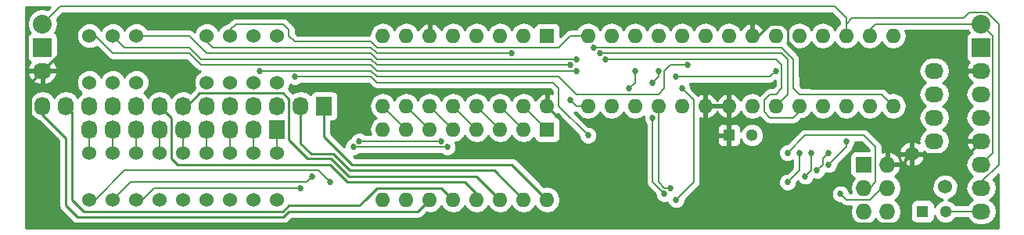
<source format=gbr>
G04 #@! TF.FileFunction,Copper,L2,Bot,Signal*
%FSLAX46Y46*%
G04 Gerber Fmt 4.6, Leading zero omitted, Abs format (unit mm)*
G04 Created by KiCad (PCBNEW 4.0.4-1.fc25-product) date Wed Feb 22 19:12:29 2017*
%MOMM*%
%LPD*%
G01*
G04 APERTURE LIST*
%ADD10C,0.100000*%
%ADD11R,1.300000X1.300000*%
%ADD12C,1.300000*%
%ADD13O,1.600000X1.600000*%
%ADD14R,1.727200X1.727200*%
%ADD15O,1.727200X1.727200*%
%ADD16R,1.727200X2.032000*%
%ADD17O,1.727200X2.032000*%
%ADD18C,1.524000*%
%ADD19O,2.032000X1.727200*%
%ADD20R,2.032000X2.032000*%
%ADD21O,2.032000X2.032000*%
%ADD22R,1.600000X1.600000*%
%ADD23C,0.685800*%
%ADD24C,0.254000*%
%ADD25C,0.152400*%
G04 APERTURE END LIST*
D10*
D11*
X146050000Y-67945000D03*
D12*
X148550000Y-67945000D03*
D13*
X163830000Y-57150000D03*
X161290000Y-57150000D03*
X158750000Y-57150000D03*
X156210000Y-57150000D03*
X153670000Y-57150000D03*
X151130000Y-57150000D03*
X148590000Y-57150000D03*
X146050000Y-57150000D03*
X143510000Y-57150000D03*
X140970000Y-57150000D03*
X138430000Y-57150000D03*
X135890000Y-57150000D03*
X133350000Y-57150000D03*
X130810000Y-57150000D03*
X130810000Y-64770000D03*
X133350000Y-64770000D03*
X135890000Y-64770000D03*
X138430000Y-64770000D03*
X140970000Y-64770000D03*
X143510000Y-64770000D03*
X146050000Y-64770000D03*
X148590000Y-64770000D03*
X151130000Y-64770000D03*
X153670000Y-64770000D03*
X156210000Y-64770000D03*
X158750000Y-64770000D03*
X161290000Y-64770000D03*
X163830000Y-64770000D03*
D11*
X167005000Y-76200000D03*
D12*
X169505000Y-76200000D03*
D14*
X160655000Y-71120000D03*
D15*
X163195000Y-71120000D03*
X163195000Y-73660000D03*
X160655000Y-73660000D03*
X163195000Y-76200000D03*
X160655000Y-76200000D03*
D16*
X102235000Y-64770000D03*
D17*
X99695000Y-64770000D03*
X97155000Y-64770000D03*
X94615000Y-64770000D03*
X92075000Y-64770000D03*
X89535000Y-64770000D03*
X86995000Y-64770000D03*
X84455000Y-64770000D03*
X81915000Y-64770000D03*
X79375000Y-64770000D03*
X76835000Y-64770000D03*
X74295000Y-64770000D03*
X71755000Y-64770000D03*
D16*
X97155000Y-67310000D03*
D17*
X94615000Y-67310000D03*
X92075000Y-67310000D03*
X89535000Y-67310000D03*
X86995000Y-67310000D03*
X84455000Y-67310000D03*
X81915000Y-67310000D03*
X79375000Y-67310000D03*
X76835000Y-67310000D03*
D18*
X97155000Y-69850000D03*
X97155000Y-74930000D03*
X94615000Y-69850000D03*
X94615000Y-74930000D03*
X92075000Y-69850000D03*
X92075000Y-74930000D03*
X89535000Y-69850000D03*
X89535000Y-74930000D03*
X86995000Y-69850000D03*
X86995000Y-74930000D03*
X84455000Y-69850000D03*
X84455000Y-74930000D03*
X81915000Y-69850000D03*
X81915000Y-74930000D03*
X79375000Y-69850000D03*
X79375000Y-74930000D03*
X76835000Y-69850000D03*
X76835000Y-74930000D03*
X97155000Y-62230000D03*
X97155000Y-57150000D03*
X94615000Y-62230000D03*
X94615000Y-57150000D03*
X92075000Y-62230000D03*
X92075000Y-57150000D03*
X89535000Y-62230000D03*
X89535000Y-57150000D03*
X81915000Y-62230000D03*
X81915000Y-57150000D03*
X79375000Y-62230000D03*
X79375000Y-57150000D03*
X76835000Y-62230000D03*
X76835000Y-57150000D03*
X169436051Y-73551051D03*
X165843949Y-69958949D03*
D19*
X173355000Y-63500000D03*
X173355000Y-66040000D03*
X173355000Y-68580000D03*
X173355000Y-71120000D03*
X173355000Y-73660000D03*
X173355000Y-76200000D03*
D20*
X173355000Y-58420000D03*
D21*
X173355000Y-55880000D03*
D20*
X71755000Y-58420000D03*
D21*
X71755000Y-55880000D03*
D22*
X126365000Y-57150000D03*
D13*
X108585000Y-64770000D03*
X123825000Y-57150000D03*
X111125000Y-64770000D03*
X121285000Y-57150000D03*
X113665000Y-64770000D03*
X118745000Y-57150000D03*
X116205000Y-64770000D03*
X116205000Y-57150000D03*
X118745000Y-64770000D03*
X113665000Y-57150000D03*
X121285000Y-64770000D03*
X111125000Y-57150000D03*
X123825000Y-64770000D03*
X108585000Y-57150000D03*
X126365000Y-64770000D03*
D22*
X126365000Y-67310000D03*
D13*
X108585000Y-74930000D03*
X123825000Y-67310000D03*
X111125000Y-74930000D03*
X121285000Y-67310000D03*
X113665000Y-74930000D03*
X118745000Y-67310000D03*
X116205000Y-74930000D03*
X116205000Y-67310000D03*
X118745000Y-74930000D03*
X113665000Y-67310000D03*
X121285000Y-74930000D03*
X111125000Y-67310000D03*
X123825000Y-74930000D03*
X108585000Y-67310000D03*
X126365000Y-74930000D03*
D19*
X168275000Y-68580000D03*
X168275000Y-66040000D03*
X168275000Y-63500000D03*
X168275000Y-60960000D03*
X173355000Y-60960000D03*
X71755000Y-60960000D03*
D23*
X99695000Y-73660000D03*
X155575000Y-71755000D03*
X156845000Y-69850000D03*
X102870000Y-73025000D03*
X152400000Y-73025000D03*
X153670000Y-69850000D03*
X95250000Y-60960000D03*
X141605000Y-60325000D03*
X140970000Y-62865000D03*
X140335000Y-74930000D03*
X122555000Y-59055000D03*
X128905000Y-64135000D03*
X106045000Y-68580000D03*
X114935000Y-68580000D03*
X115570000Y-69215000D03*
X105410000Y-69215000D03*
X139065000Y-74295000D03*
X137795000Y-66040000D03*
X158115000Y-74295000D03*
X139700000Y-73660000D03*
X99060000Y-61595000D03*
X130810000Y-67945000D03*
X152400000Y-69850000D03*
X132080000Y-59055000D03*
X128905000Y-60325000D03*
X132715000Y-59690000D03*
X129540000Y-60960000D03*
X154940000Y-69850000D03*
X154305000Y-72390000D03*
X100965000Y-72390000D03*
X156845000Y-71120000D03*
X158750000Y-68580000D03*
X129540000Y-59690000D03*
X131445000Y-58420000D03*
X151130000Y-60960000D03*
X140335000Y-61595000D03*
X137795000Y-62230000D03*
X138430000Y-60960000D03*
X135255000Y-62865000D03*
X135890000Y-60960000D03*
D24*
X146050000Y-67945000D02*
X146050000Y-64770000D01*
X143510000Y-64770000D02*
X146050000Y-64770000D01*
X148590000Y-57150000D02*
X148590000Y-55880000D01*
X73660000Y-59055000D02*
X71755000Y-60960000D01*
X73660000Y-58420000D02*
X73660000Y-59055000D01*
X76835000Y-55245000D02*
X73660000Y-58420000D01*
X147955000Y-55245000D02*
X76835000Y-55245000D01*
X148590000Y-55880000D02*
X147955000Y-55245000D01*
X165843949Y-69958949D02*
X165843949Y-64243949D01*
X150495000Y-55880000D02*
X149225000Y-57150000D01*
X151765000Y-55880000D02*
X150495000Y-55880000D01*
X152400000Y-56515000D02*
X151765000Y-55880000D01*
X152400000Y-57785000D02*
X152400000Y-56515000D01*
X153670000Y-59055000D02*
X152400000Y-57785000D01*
X153670000Y-61595000D02*
X153670000Y-59055000D01*
X154940000Y-62865000D02*
X153670000Y-61595000D01*
X164465000Y-62865000D02*
X154940000Y-62865000D01*
X165843949Y-64243949D02*
X164465000Y-62865000D01*
X149225000Y-57150000D02*
X148590000Y-57150000D01*
X126365000Y-64770000D02*
X128905000Y-67310000D01*
X128905000Y-67310000D02*
X128905000Y-76835000D01*
X121920000Y-77470000D02*
X71120000Y-77470000D01*
X71120000Y-77470000D02*
X70485000Y-76835000D01*
X70485000Y-76835000D02*
X70485000Y-62230000D01*
X70485000Y-62230000D02*
X71755000Y-60960000D01*
X128270000Y-77470000D02*
X121920000Y-77470000D01*
X128905000Y-76835000D02*
X128905000Y-77470000D01*
X128270000Y-77470000D02*
X128905000Y-76835000D01*
X129540000Y-77470000D02*
X128905000Y-77470000D01*
X128905000Y-77470000D02*
X128270000Y-77470000D01*
X142240000Y-77470000D02*
X129540000Y-77470000D01*
X129540000Y-77470000D02*
X128905000Y-76835000D01*
X165843949Y-69958949D02*
X165626051Y-69958949D01*
X165626051Y-69958949D02*
X165100000Y-70485000D01*
X165100000Y-70485000D02*
X165100000Y-76835000D01*
X173355000Y-60960000D02*
X172085000Y-60960000D01*
X172085000Y-68580000D02*
X173355000Y-68580000D01*
X171450000Y-67945000D02*
X172085000Y-68580000D01*
X171450000Y-61595000D02*
X171450000Y-67945000D01*
X172085000Y-60960000D02*
X171450000Y-61595000D01*
X163195000Y-71120000D02*
X164682898Y-71120000D01*
X164682898Y-71120000D02*
X165843949Y-69958949D01*
X165843949Y-69958949D02*
X171976051Y-69958949D01*
X171976051Y-69958949D02*
X173355000Y-68580000D01*
X143510000Y-67310000D02*
X143510000Y-64770000D01*
X143510000Y-76200000D02*
X143510000Y-77470000D01*
X143510000Y-76200000D02*
X142240000Y-77470000D01*
X144780000Y-77470000D02*
X143510000Y-77470000D01*
X143510000Y-77470000D02*
X142240000Y-77470000D01*
X144780000Y-77470000D02*
X143510000Y-76200000D01*
X164465000Y-77470000D02*
X144780000Y-77470000D01*
X165100000Y-76835000D02*
X164465000Y-77470000D01*
X143510000Y-76200000D02*
X143510000Y-67310000D01*
D25*
X173355000Y-76200000D02*
X169505000Y-76200000D01*
X173355000Y-71120000D02*
X174625000Y-69850000D01*
X174625000Y-57150000D02*
X173355000Y-55880000D01*
X174625000Y-69850000D02*
X174625000Y-57150000D01*
X173355000Y-55880000D02*
X171450000Y-55880000D01*
X161925000Y-55880000D02*
X161290000Y-56515000D01*
X171450000Y-55880000D02*
X161925000Y-55880000D01*
X161290000Y-56515000D02*
X161290000Y-57150000D01*
X158750000Y-57150000D02*
X158750000Y-55245000D01*
X73660000Y-53975000D02*
X71755000Y-55880000D01*
X157480000Y-53975000D02*
X73660000Y-53975000D01*
X158750000Y-55245000D02*
X157480000Y-53975000D01*
X158750000Y-57150000D02*
X158750000Y-55880000D01*
X175260000Y-71120000D02*
X175260000Y-55880000D01*
X175260000Y-55880000D02*
X173990000Y-54610000D01*
X173990000Y-54610000D02*
X172085000Y-54610000D01*
X172085000Y-54610000D02*
X171450000Y-55245000D01*
X171450000Y-55245000D02*
X159385000Y-55245000D01*
X159385000Y-55245000D02*
X158750000Y-55880000D01*
X173355000Y-73025000D02*
X175260000Y-71120000D01*
X72390000Y-55245000D02*
X71755000Y-55880000D01*
X173355000Y-73660000D02*
X173355000Y-73025000D01*
X81915000Y-74930000D02*
X82550000Y-74930000D01*
X82550000Y-74930000D02*
X83820000Y-73660000D01*
X83820000Y-73660000D02*
X99695000Y-73660000D01*
X155575000Y-71755000D02*
X156210000Y-71120000D01*
X156210000Y-71120000D02*
X156210000Y-70485000D01*
X156210000Y-70485000D02*
X156845000Y-69850000D01*
X76835000Y-74930000D02*
X77470000Y-74930000D01*
X77470000Y-74930000D02*
X80645000Y-71755000D01*
X80645000Y-71755000D02*
X101600000Y-71755000D01*
X101600000Y-71755000D02*
X102870000Y-73025000D01*
X152400000Y-73025000D02*
X153670000Y-71755000D01*
X153670000Y-71755000D02*
X153670000Y-69850000D01*
X107315000Y-60960000D02*
X95250000Y-60960000D01*
X107950000Y-61595000D02*
X107315000Y-60960000D01*
X127635000Y-61595000D02*
X107950000Y-61595000D01*
X129540000Y-63500000D02*
X127635000Y-61595000D01*
X138430000Y-63500000D02*
X129540000Y-63500000D01*
X139065000Y-62865000D02*
X138430000Y-63500000D01*
X139065000Y-60960000D02*
X139065000Y-62865000D01*
X139700000Y-60325000D02*
X139065000Y-60960000D01*
X141605000Y-60325000D02*
X139700000Y-60325000D01*
X142240000Y-64135000D02*
X140970000Y-62865000D01*
X142240000Y-73025000D02*
X142240000Y-64135000D01*
X140335000Y-74930000D02*
X142240000Y-73025000D01*
D24*
X102235000Y-64770000D02*
X102235000Y-68072000D01*
X122555000Y-71120000D02*
X126365000Y-74930000D01*
X105283000Y-71120000D02*
X122555000Y-71120000D01*
X102235000Y-68072000D02*
X105283000Y-71120000D01*
D25*
X126365000Y-74930000D02*
X125730000Y-74930000D01*
D24*
X99695000Y-64770000D02*
X99695000Y-68834000D01*
X120650000Y-71755000D02*
X123825000Y-74930000D01*
X105029000Y-71755000D02*
X120650000Y-71755000D01*
X103251000Y-69977000D02*
X105029000Y-71755000D01*
X100838000Y-69977000D02*
X103251000Y-69977000D01*
X99695000Y-68834000D02*
X100838000Y-69977000D01*
D25*
X123825000Y-74930000D02*
X123825000Y-74295000D01*
D24*
X86995000Y-64770000D02*
X87376000Y-64770000D01*
X87376000Y-64770000D02*
X88773000Y-63373000D01*
X88773000Y-63373000D02*
X97790000Y-63373000D01*
X97790000Y-63373000D02*
X98425000Y-64008000D01*
X98425000Y-64008000D02*
X98425000Y-68453000D01*
X98425000Y-68453000D02*
X100457000Y-70485000D01*
X100457000Y-70485000D02*
X102997000Y-70485000D01*
X102997000Y-70485000D02*
X104902000Y-72390000D01*
X104902000Y-72390000D02*
X118745000Y-72390000D01*
X118745000Y-72390000D02*
X121285000Y-74930000D01*
D25*
X121285000Y-74930000D02*
X121285000Y-74295000D01*
X107315000Y-57785000D02*
X99060000Y-57785000D01*
X130810000Y-57150000D02*
X128905000Y-57150000D01*
X127635000Y-58420000D02*
X128905000Y-57150000D01*
X107950000Y-58420000D02*
X127635000Y-58420000D01*
X107315000Y-57785000D02*
X107950000Y-58420000D01*
X97790000Y-55880000D02*
X98425000Y-56515000D01*
X92710000Y-55880000D02*
X97790000Y-55880000D01*
X92710000Y-55880000D02*
X92075000Y-56515000D01*
X98425000Y-57150000D02*
X98425000Y-56515000D01*
X99060000Y-57785000D02*
X98425000Y-57150000D01*
X92075000Y-57150000D02*
X92075000Y-56515000D01*
X107950000Y-59055000D02*
X122555000Y-59055000D01*
X107315000Y-58420000D02*
X107950000Y-59055000D01*
X90170000Y-58420000D02*
X107315000Y-58420000D01*
X89535000Y-57785000D02*
X90170000Y-58420000D01*
X129540000Y-64770000D02*
X130810000Y-64770000D01*
X128905000Y-64135000D02*
X129540000Y-64770000D01*
X89535000Y-57150000D02*
X89535000Y-57785000D01*
X130175000Y-64770000D02*
X130810000Y-64770000D01*
X106045000Y-68580000D02*
X114935000Y-68580000D01*
X115570000Y-69215000D02*
X105410000Y-69215000D01*
X137795000Y-73025000D02*
X137795000Y-66040000D01*
X139065000Y-74295000D02*
X137795000Y-73025000D01*
X158750000Y-74930000D02*
X158115000Y-74295000D01*
X161290000Y-74930000D02*
X158750000Y-74930000D01*
X161290000Y-74930000D02*
X162560000Y-73660000D01*
X163195000Y-73660000D02*
X162560000Y-73660000D01*
X139065000Y-73660000D02*
X139700000Y-73660000D01*
X139065000Y-73660000D02*
X138430000Y-73025000D01*
X138430000Y-64770000D02*
X138430000Y-73025000D01*
X107315000Y-61595000D02*
X99060000Y-61595000D01*
X107950000Y-62230000D02*
X107315000Y-61595000D01*
X127000000Y-62230000D02*
X107950000Y-62230000D01*
X127635000Y-62865000D02*
X127000000Y-62230000D01*
X127635000Y-64770000D02*
X127635000Y-62865000D01*
X130810000Y-67945000D02*
X127635000Y-64770000D01*
X154305000Y-67945000D02*
X152400000Y-69850000D01*
X160655000Y-67945000D02*
X154305000Y-67945000D01*
X161925000Y-69215000D02*
X160655000Y-67945000D01*
X161925000Y-73025000D02*
X161925000Y-69215000D01*
X161290000Y-73660000D02*
X161925000Y-73025000D01*
X160655000Y-73660000D02*
X161290000Y-73660000D01*
X144145000Y-59055000D02*
X151765000Y-59055000D01*
X106680000Y-59690000D02*
X107315000Y-59690000D01*
X88900000Y-59690000D02*
X106680000Y-59690000D01*
X87630000Y-58420000D02*
X88900000Y-59690000D01*
X80645000Y-58420000D02*
X87630000Y-58420000D01*
X79375000Y-57150000D02*
X80645000Y-58420000D01*
X132080000Y-59055000D02*
X144145000Y-59055000D01*
X107950000Y-60325000D02*
X128905000Y-60325000D01*
X107315000Y-59690000D02*
X107950000Y-60325000D01*
X152400000Y-63500000D02*
X151130000Y-64770000D01*
X152400000Y-59690000D02*
X152400000Y-63500000D01*
X151765000Y-59055000D02*
X152400000Y-59690000D01*
X144780000Y-59690000D02*
X151130000Y-59690000D01*
X132715000Y-59690000D02*
X144145000Y-59690000D01*
X107950000Y-60960000D02*
X129540000Y-60960000D01*
X107315000Y-60325000D02*
X107950000Y-60960000D01*
X88900000Y-60325000D02*
X107315000Y-60325000D01*
X87630000Y-59055000D02*
X88900000Y-60325000D01*
X79375000Y-59055000D02*
X87630000Y-59055000D01*
X77470000Y-57150000D02*
X79375000Y-59055000D01*
X144145000Y-59690000D02*
X144780000Y-59690000D01*
X153035000Y-66040000D02*
X153670000Y-65405000D01*
X150495000Y-66040000D02*
X153035000Y-66040000D01*
X149860000Y-65405000D02*
X150495000Y-66040000D01*
X149860000Y-64135000D02*
X149860000Y-65405000D01*
X150495000Y-63500000D02*
X149860000Y-64135000D01*
X151130000Y-63500000D02*
X150495000Y-63500000D01*
X151765000Y-62865000D02*
X151130000Y-63500000D01*
X151765000Y-60325000D02*
X151765000Y-62865000D01*
X151130000Y-59690000D02*
X151765000Y-60325000D01*
X153670000Y-65405000D02*
X153670000Y-64770000D01*
X76835000Y-57150000D02*
X77470000Y-57150000D01*
X79375000Y-74930000D02*
X81280000Y-73025000D01*
X154940000Y-71755000D02*
X154940000Y-69850000D01*
X154305000Y-72390000D02*
X154940000Y-71755000D01*
X100330000Y-73025000D02*
X100965000Y-72390000D01*
X81280000Y-73025000D02*
X100330000Y-73025000D01*
X156845000Y-71120000D02*
X158750000Y-69215000D01*
X158750000Y-69215000D02*
X158750000Y-68580000D01*
X151765000Y-58420000D02*
X153035000Y-59690000D01*
X81915000Y-57150000D02*
X87630000Y-57150000D01*
X87630000Y-57150000D02*
X89535000Y-59055000D01*
X89535000Y-59055000D02*
X107315000Y-59055000D01*
X107315000Y-59055000D02*
X107950000Y-59690000D01*
X107950000Y-59690000D02*
X129540000Y-59690000D01*
X149860000Y-58420000D02*
X151765000Y-58420000D01*
X131445000Y-58420000D02*
X144780000Y-58420000D01*
X144780000Y-58420000D02*
X149860000Y-58420000D01*
X162560000Y-63500000D02*
X163830000Y-64770000D01*
X153670000Y-63500000D02*
X162560000Y-63500000D01*
X153035000Y-62865000D02*
X153670000Y-63500000D01*
X153035000Y-59690000D02*
X153035000Y-62865000D01*
X149225000Y-61595000D02*
X141605000Y-61595000D01*
X149225000Y-61595000D02*
X150495000Y-61595000D01*
X150495000Y-61595000D02*
X151130000Y-60960000D01*
X140335000Y-61595000D02*
X141605000Y-61595000D01*
X126365000Y-57150000D02*
X126365000Y-56515000D01*
X151130000Y-56515000D02*
X151130000Y-57150000D01*
X137795000Y-62230000D02*
X138430000Y-61595000D01*
X138430000Y-61595000D02*
X138430000Y-60960000D01*
X135255000Y-62865000D02*
X135890000Y-62230000D01*
X135890000Y-62230000D02*
X135890000Y-60960000D01*
D24*
X100330000Y-71120000D02*
X86360000Y-71120000D01*
X85725000Y-70485000D02*
X85725000Y-67945000D01*
X86360000Y-71120000D02*
X85725000Y-70485000D01*
X102870000Y-71120000D02*
X100330000Y-71120000D01*
X100330000Y-71120000D02*
X100076000Y-71120000D01*
X117475000Y-73025000D02*
X104775000Y-73025000D01*
X104775000Y-73025000D02*
X102870000Y-71120000D01*
X118745000Y-74295000D02*
X117475000Y-73025000D01*
X85725000Y-66040000D02*
X84455000Y-64770000D01*
X85725000Y-67945000D02*
X85725000Y-66040000D01*
X85725000Y-68199000D02*
X85725000Y-67945000D01*
X118745000Y-74930000D02*
X118745000Y-74295000D01*
X116205000Y-74930000D02*
X114935000Y-73660000D01*
X74930000Y-74930000D02*
X74930000Y-65405000D01*
X75565000Y-75565000D02*
X74930000Y-74930000D01*
X76200000Y-76200000D02*
X75565000Y-75565000D01*
X97790000Y-76200000D02*
X76200000Y-76200000D01*
X98425000Y-75565000D02*
X97790000Y-76200000D01*
X106045000Y-75565000D02*
X98425000Y-75565000D01*
X106680000Y-74930000D02*
X106045000Y-75565000D01*
X107950000Y-73660000D02*
X106680000Y-74930000D01*
X114935000Y-73660000D02*
X107950000Y-73660000D01*
D25*
X74930000Y-65405000D02*
X74295000Y-64770000D01*
D24*
X113665000Y-74930000D02*
X112395000Y-76200000D01*
X74295000Y-68224398D02*
X71755000Y-65684398D01*
X74295000Y-75565000D02*
X74295000Y-68224398D01*
X75565000Y-76835000D02*
X74295000Y-75565000D01*
X97790000Y-76835000D02*
X75565000Y-76835000D01*
X98425000Y-76200000D02*
X97790000Y-76835000D01*
X112395000Y-76200000D02*
X98425000Y-76200000D01*
X71755000Y-65684398D02*
X71755000Y-64770000D01*
D25*
X97155000Y-67310000D02*
X97155000Y-69850000D01*
X94615000Y-69850000D02*
X94615000Y-67310000D01*
X92075000Y-67310000D02*
X92075000Y-69850000D01*
X89535000Y-69850000D02*
X89535000Y-67310000D01*
X86995000Y-67310000D02*
X86995000Y-69850000D01*
X84455000Y-69850000D02*
X84455000Y-67310000D01*
X81915000Y-67310000D02*
X81915000Y-69850000D01*
X79375000Y-69850000D02*
X79375000Y-67310000D01*
X76835000Y-67310000D02*
X76835000Y-69850000D01*
X108585000Y-64770000D02*
X111125000Y-67310000D01*
X111125000Y-64770000D02*
X113665000Y-67310000D01*
X113665000Y-64770000D02*
X116205000Y-67310000D01*
X116205000Y-64770000D02*
X118745000Y-67310000D01*
X118745000Y-64770000D02*
X121285000Y-67310000D01*
X121285000Y-64770000D02*
X123825000Y-67310000D01*
X123825000Y-64770000D02*
X126365000Y-67310000D01*
D24*
G36*
X72320143Y-54309069D02*
X71755000Y-54196655D01*
X71123190Y-54322330D01*
X70587567Y-54680222D01*
X70229675Y-55215845D01*
X70104000Y-55847655D01*
X70104000Y-55912345D01*
X70229675Y-56544155D01*
X70432004Y-56846962D01*
X70287559Y-56939910D01*
X70142569Y-57152110D01*
X70091560Y-57404000D01*
X70091560Y-59436000D01*
X70135838Y-59671317D01*
X70274910Y-59887441D01*
X70456361Y-60011421D01*
X70404268Y-60057964D01*
X70150291Y-60585209D01*
X70147642Y-60600974D01*
X70268783Y-60833000D01*
X71628000Y-60833000D01*
X71628000Y-60813000D01*
X71882000Y-60813000D01*
X71882000Y-60833000D01*
X73241217Y-60833000D01*
X73362358Y-60600974D01*
X73359709Y-60585209D01*
X73105732Y-60057964D01*
X73051876Y-60009846D01*
X73222441Y-59900090D01*
X73367431Y-59687890D01*
X73418440Y-59436000D01*
X73418440Y-57404000D01*
X73374162Y-57168683D01*
X73235090Y-56952559D01*
X73078794Y-56845767D01*
X73280325Y-56544155D01*
X73406000Y-55912345D01*
X73406000Y-55847655D01*
X73304319Y-55336469D01*
X73954588Y-54686200D01*
X157185412Y-54686200D01*
X158038800Y-55539589D01*
X158038800Y-55904398D01*
X157735302Y-56107189D01*
X157480000Y-56489275D01*
X157224698Y-56107189D01*
X156759151Y-55796120D01*
X156210000Y-55686887D01*
X155660849Y-55796120D01*
X155195302Y-56107189D01*
X154940000Y-56489275D01*
X154684698Y-56107189D01*
X154219151Y-55796120D01*
X153670000Y-55686887D01*
X153120849Y-55796120D01*
X152655302Y-56107189D01*
X152400000Y-56489275D01*
X152144698Y-56107189D01*
X151679151Y-55796120D01*
X151130000Y-55686887D01*
X150580849Y-55796120D01*
X150115302Y-56107189D01*
X149845014Y-56511703D01*
X149742389Y-56294866D01*
X149327423Y-55918959D01*
X148939039Y-55758096D01*
X148717000Y-55880085D01*
X148717000Y-57023000D01*
X148737000Y-57023000D01*
X148737000Y-57277000D01*
X148717000Y-57277000D01*
X148717000Y-57297000D01*
X148463000Y-57297000D01*
X148463000Y-57277000D01*
X148443000Y-57277000D01*
X148443000Y-57023000D01*
X148463000Y-57023000D01*
X148463000Y-55880085D01*
X148240961Y-55758096D01*
X147852577Y-55918959D01*
X147437611Y-56294866D01*
X147334986Y-56511703D01*
X147064698Y-56107189D01*
X146599151Y-55796120D01*
X146050000Y-55686887D01*
X145500849Y-55796120D01*
X145035302Y-56107189D01*
X144780000Y-56489275D01*
X144524698Y-56107189D01*
X144059151Y-55796120D01*
X143510000Y-55686887D01*
X142960849Y-55796120D01*
X142495302Y-56107189D01*
X142240000Y-56489275D01*
X141984698Y-56107189D01*
X141519151Y-55796120D01*
X140970000Y-55686887D01*
X140420849Y-55796120D01*
X139955302Y-56107189D01*
X139700000Y-56489275D01*
X139444698Y-56107189D01*
X138979151Y-55796120D01*
X138430000Y-55686887D01*
X137880849Y-55796120D01*
X137415302Y-56107189D01*
X137160000Y-56489275D01*
X136904698Y-56107189D01*
X136439151Y-55796120D01*
X135890000Y-55686887D01*
X135340849Y-55796120D01*
X134875302Y-56107189D01*
X134620000Y-56489275D01*
X134364698Y-56107189D01*
X133899151Y-55796120D01*
X133350000Y-55686887D01*
X132800849Y-55796120D01*
X132335302Y-56107189D01*
X132080000Y-56489275D01*
X131824698Y-56107189D01*
X131359151Y-55796120D01*
X130810000Y-55686887D01*
X130260849Y-55796120D01*
X129795302Y-56107189D01*
X129573726Y-56438800D01*
X128905000Y-56438800D01*
X128677990Y-56483955D01*
X128632835Y-56492937D01*
X128402105Y-56647106D01*
X127812440Y-57236771D01*
X127812440Y-56350000D01*
X127768162Y-56114683D01*
X127629090Y-55898559D01*
X127416890Y-55753569D01*
X127165000Y-55702560D01*
X125565000Y-55702560D01*
X125329683Y-55746838D01*
X125113559Y-55885910D01*
X124968569Y-56098110D01*
X124937185Y-56253089D01*
X124839698Y-56107189D01*
X124374151Y-55796120D01*
X123825000Y-55686887D01*
X123275849Y-55796120D01*
X122810302Y-56107189D01*
X122555000Y-56489275D01*
X122299698Y-56107189D01*
X121834151Y-55796120D01*
X121285000Y-55686887D01*
X120735849Y-55796120D01*
X120270302Y-56107189D01*
X120015000Y-56489275D01*
X119759698Y-56107189D01*
X119294151Y-55796120D01*
X118745000Y-55686887D01*
X118195849Y-55796120D01*
X117730302Y-56107189D01*
X117475000Y-56489275D01*
X117219698Y-56107189D01*
X116754151Y-55796120D01*
X116205000Y-55686887D01*
X115655849Y-55796120D01*
X115190302Y-56107189D01*
X114920014Y-56511703D01*
X114817389Y-56294866D01*
X114402423Y-55918959D01*
X114014039Y-55758096D01*
X113792000Y-55880085D01*
X113792000Y-57023000D01*
X113812000Y-57023000D01*
X113812000Y-57277000D01*
X113792000Y-57277000D01*
X113792000Y-57297000D01*
X113538000Y-57297000D01*
X113538000Y-57277000D01*
X113518000Y-57277000D01*
X113518000Y-57023000D01*
X113538000Y-57023000D01*
X113538000Y-55880085D01*
X113315961Y-55758096D01*
X112927577Y-55918959D01*
X112512611Y-56294866D01*
X112409986Y-56511703D01*
X112139698Y-56107189D01*
X111674151Y-55796120D01*
X111125000Y-55686887D01*
X110575849Y-55796120D01*
X110110302Y-56107189D01*
X109855000Y-56489275D01*
X109599698Y-56107189D01*
X109134151Y-55796120D01*
X108585000Y-55686887D01*
X108035849Y-55796120D01*
X107570302Y-56107189D01*
X107259233Y-56572736D01*
X107159565Y-57073800D01*
X99354589Y-57073800D01*
X99136200Y-56855412D01*
X99136200Y-56515000D01*
X99082063Y-56242836D01*
X99021478Y-56152164D01*
X98927895Y-56012106D01*
X98292894Y-55377106D01*
X98062165Y-55222937D01*
X97790000Y-55168800D01*
X92710000Y-55168800D01*
X92437836Y-55222937D01*
X92207106Y-55377105D01*
X91831425Y-55752787D01*
X91798339Y-55752758D01*
X91284697Y-55964990D01*
X90891371Y-56357630D01*
X90805051Y-56565512D01*
X90720010Y-56359697D01*
X90327370Y-55966371D01*
X89814100Y-55753243D01*
X89258339Y-55752758D01*
X88744697Y-55964990D01*
X88351371Y-56357630D01*
X88202336Y-56716548D01*
X88132894Y-56647106D01*
X87902165Y-56492937D01*
X87630000Y-56438800D01*
X83132695Y-56438800D01*
X83100010Y-56359697D01*
X82707370Y-55966371D01*
X82194100Y-55753243D01*
X81638339Y-55752758D01*
X81124697Y-55964990D01*
X80731371Y-56357630D01*
X80645051Y-56565512D01*
X80560010Y-56359697D01*
X80167370Y-55966371D01*
X79654100Y-55753243D01*
X79098339Y-55752758D01*
X78584697Y-55964990D01*
X78191371Y-56357630D01*
X78105051Y-56565512D01*
X78020010Y-56359697D01*
X77627370Y-55966371D01*
X77114100Y-55753243D01*
X76558339Y-55752758D01*
X76044697Y-55964990D01*
X75651371Y-56357630D01*
X75438243Y-56870900D01*
X75437758Y-57426661D01*
X75649990Y-57940303D01*
X76042630Y-58333629D01*
X76555900Y-58546757D01*
X77111661Y-58547242D01*
X77625303Y-58335010D01*
X77637273Y-58323061D01*
X78872106Y-59557894D01*
X79102835Y-59712063D01*
X79375000Y-59766200D01*
X87335412Y-59766200D01*
X88397105Y-60827894D01*
X88627835Y-60982063D01*
X88672990Y-60991045D01*
X88809526Y-61018203D01*
X88744697Y-61044990D01*
X88351371Y-61437630D01*
X88138243Y-61950900D01*
X88137758Y-62506661D01*
X88264671Y-62813814D01*
X88234184Y-62834185D01*
X87747817Y-63320552D01*
X87568489Y-63200729D01*
X86995000Y-63086655D01*
X86421511Y-63200729D01*
X85935330Y-63525585D01*
X85725000Y-63840366D01*
X85514670Y-63525585D01*
X85028489Y-63200729D01*
X84455000Y-63086655D01*
X83881511Y-63200729D01*
X83395330Y-63525585D01*
X83185000Y-63840366D01*
X82974670Y-63525585D01*
X82746955Y-63373431D01*
X83098629Y-63022370D01*
X83311757Y-62509100D01*
X83312242Y-61953339D01*
X83100010Y-61439697D01*
X82707370Y-61046371D01*
X82194100Y-60833243D01*
X81638339Y-60832758D01*
X81124697Y-61044990D01*
X80731371Y-61437630D01*
X80645051Y-61645512D01*
X80560010Y-61439697D01*
X80167370Y-61046371D01*
X79654100Y-60833243D01*
X79098339Y-60832758D01*
X78584697Y-61044990D01*
X78191371Y-61437630D01*
X78105051Y-61645512D01*
X78020010Y-61439697D01*
X77627370Y-61046371D01*
X77114100Y-60833243D01*
X76558339Y-60832758D01*
X76044697Y-61044990D01*
X75651371Y-61437630D01*
X75438243Y-61950900D01*
X75437758Y-62506661D01*
X75649990Y-63020303D01*
X76002719Y-63373648D01*
X75775330Y-63525585D01*
X75565000Y-63840366D01*
X75354670Y-63525585D01*
X74868489Y-63200729D01*
X74295000Y-63086655D01*
X73721511Y-63200729D01*
X73235330Y-63525585D01*
X73025000Y-63840366D01*
X72814670Y-63525585D01*
X72328489Y-63200729D01*
X71755000Y-63086655D01*
X71181511Y-63200729D01*
X70695330Y-63525585D01*
X70370474Y-64011766D01*
X70256400Y-64585255D01*
X70256400Y-64954745D01*
X70370474Y-65528234D01*
X70695330Y-66014415D01*
X71181511Y-66339271D01*
X71369670Y-66376698D01*
X73533000Y-68540029D01*
X73533000Y-75565000D01*
X73591004Y-75856605D01*
X73638906Y-75928295D01*
X73756185Y-76103815D01*
X75026184Y-77373815D01*
X75192918Y-77485223D01*
X75273395Y-77538996D01*
X75565000Y-77597000D01*
X97790000Y-77597000D01*
X98081605Y-77538996D01*
X98328815Y-77373815D01*
X98740631Y-76962000D01*
X112395000Y-76962000D01*
X112686605Y-76903996D01*
X112933815Y-76738815D01*
X113343473Y-76329157D01*
X113665000Y-76393113D01*
X114214151Y-76283880D01*
X114679698Y-75972811D01*
X114935000Y-75590725D01*
X115190302Y-75972811D01*
X115655849Y-76283880D01*
X116205000Y-76393113D01*
X116754151Y-76283880D01*
X117219698Y-75972811D01*
X117475000Y-75590725D01*
X117730302Y-75972811D01*
X118195849Y-76283880D01*
X118745000Y-76393113D01*
X119294151Y-76283880D01*
X119759698Y-75972811D01*
X120015000Y-75590725D01*
X120270302Y-75972811D01*
X120735849Y-76283880D01*
X121285000Y-76393113D01*
X121834151Y-76283880D01*
X122299698Y-75972811D01*
X122555000Y-75590725D01*
X122810302Y-75972811D01*
X123275849Y-76283880D01*
X123825000Y-76393113D01*
X124374151Y-76283880D01*
X124839698Y-75972811D01*
X125095000Y-75590725D01*
X125350302Y-75972811D01*
X125815849Y-76283880D01*
X126365000Y-76393113D01*
X126914151Y-76283880D01*
X127379698Y-75972811D01*
X127690767Y-75507264D01*
X127800000Y-74958113D01*
X127800000Y-74901887D01*
X127690767Y-74352736D01*
X127379698Y-73887189D01*
X126914151Y-73576120D01*
X126365000Y-73466887D01*
X126043473Y-73530843D01*
X123093815Y-70581185D01*
X122949864Y-70485000D01*
X122846605Y-70416004D01*
X122555000Y-70358000D01*
X105598630Y-70358000D01*
X105433551Y-70192921D01*
X105603663Y-70193069D01*
X105963212Y-70044507D01*
X106081726Y-69926200D01*
X114898206Y-69926200D01*
X115015341Y-70043540D01*
X115374630Y-70192730D01*
X115763663Y-70193069D01*
X116123212Y-70044507D01*
X116398540Y-69769659D01*
X116547730Y-69410370D01*
X116548069Y-69021337D01*
X116427240Y-68728907D01*
X116754151Y-68663880D01*
X117219698Y-68352811D01*
X117475000Y-67970725D01*
X117730302Y-68352811D01*
X118195849Y-68663880D01*
X118745000Y-68773113D01*
X119294151Y-68663880D01*
X119759698Y-68352811D01*
X120015000Y-67970725D01*
X120270302Y-68352811D01*
X120735849Y-68663880D01*
X121285000Y-68773113D01*
X121834151Y-68663880D01*
X122299698Y-68352811D01*
X122555000Y-67970725D01*
X122810302Y-68352811D01*
X123275849Y-68663880D01*
X123825000Y-68773113D01*
X124374151Y-68663880D01*
X124839698Y-68352811D01*
X124936101Y-68208535D01*
X124961838Y-68345317D01*
X125100910Y-68561441D01*
X125313110Y-68706431D01*
X125565000Y-68757440D01*
X127165000Y-68757440D01*
X127400317Y-68713162D01*
X127616441Y-68574090D01*
X127761431Y-68361890D01*
X127812440Y-68110000D01*
X127812440Y-66510000D01*
X127768162Y-66274683D01*
X127629090Y-66058559D01*
X127416890Y-65913569D01*
X127238796Y-65877504D01*
X127500052Y-65640840D01*
X129832075Y-67972863D01*
X129831931Y-68138663D01*
X129980493Y-68498212D01*
X130255341Y-68773540D01*
X130614630Y-68922730D01*
X131003663Y-68923069D01*
X131363212Y-68774507D01*
X131638540Y-68499659D01*
X131787730Y-68140370D01*
X131788069Y-67751337D01*
X131639507Y-67391788D01*
X131364659Y-67116460D01*
X131005370Y-66967270D01*
X130837912Y-66967124D01*
X129305304Y-65434516D01*
X129540000Y-65481200D01*
X129573726Y-65481200D01*
X129795302Y-65812811D01*
X130260849Y-66123880D01*
X130810000Y-66233113D01*
X131359151Y-66123880D01*
X131824698Y-65812811D01*
X132080000Y-65430725D01*
X132335302Y-65812811D01*
X132800849Y-66123880D01*
X133350000Y-66233113D01*
X133899151Y-66123880D01*
X134364698Y-65812811D01*
X134620000Y-65430725D01*
X134875302Y-65812811D01*
X135340849Y-66123880D01*
X135890000Y-66233113D01*
X136439151Y-66123880D01*
X136817247Y-65871244D01*
X136816931Y-66233663D01*
X136965493Y-66593212D01*
X137083800Y-66711726D01*
X137083800Y-73025000D01*
X137137937Y-73297165D01*
X137292106Y-73527894D01*
X138087075Y-74322864D01*
X138086931Y-74488663D01*
X138235493Y-74848212D01*
X138510341Y-75123540D01*
X138869630Y-75272730D01*
X139258663Y-75273069D01*
X139395331Y-75216599D01*
X139505493Y-75483212D01*
X139780341Y-75758540D01*
X140139630Y-75907730D01*
X140528663Y-75908069D01*
X140888212Y-75759507D01*
X141163540Y-75484659D01*
X141312730Y-75125370D01*
X141312876Y-74957912D01*
X142742894Y-73527894D01*
X142897063Y-73297165D01*
X142951200Y-73025000D01*
X142951200Y-70043663D01*
X151421931Y-70043663D01*
X151570493Y-70403212D01*
X151845341Y-70678540D01*
X152204630Y-70827730D01*
X152593663Y-70828069D01*
X152953212Y-70679507D01*
X152958800Y-70673929D01*
X152958800Y-71460411D01*
X152372136Y-72047075D01*
X152206337Y-72046931D01*
X151846788Y-72195493D01*
X151571460Y-72470341D01*
X151422270Y-72829630D01*
X151421931Y-73218663D01*
X151570493Y-73578212D01*
X151845341Y-73853540D01*
X152204630Y-74002730D01*
X152593663Y-74003069D01*
X152953212Y-73854507D01*
X153228540Y-73579659D01*
X153377730Y-73220370D01*
X153377876Y-73052912D01*
X153481529Y-72949259D01*
X153750341Y-73218540D01*
X154109630Y-73367730D01*
X154498663Y-73368069D01*
X154858212Y-73219507D01*
X155133540Y-72944659D01*
X155244790Y-72676739D01*
X155379630Y-72732730D01*
X155768663Y-72733069D01*
X156128212Y-72584507D01*
X156403540Y-72309659D01*
X156514790Y-72041739D01*
X156649630Y-72097730D01*
X157038663Y-72098069D01*
X157398212Y-71949507D01*
X157673540Y-71674659D01*
X157822730Y-71315370D01*
X157822876Y-71147912D01*
X159252894Y-69717894D01*
X159407063Y-69487165D01*
X159452068Y-69260911D01*
X159578540Y-69134659D01*
X159727730Y-68775370D01*
X159727834Y-68656200D01*
X160360412Y-68656200D01*
X161213800Y-69509589D01*
X161213800Y-69608960D01*
X159791400Y-69608960D01*
X159556083Y-69653238D01*
X159339959Y-69792310D01*
X159194969Y-70004510D01*
X159143960Y-70256400D01*
X159143960Y-71983600D01*
X159188238Y-72218917D01*
X159327310Y-72435041D01*
X159539510Y-72580031D01*
X159583345Y-72588908D01*
X159270474Y-73057152D01*
X159156400Y-73630641D01*
X159156400Y-73689359D01*
X159261712Y-74218800D01*
X159092967Y-74218800D01*
X159093069Y-74101337D01*
X158944507Y-73741788D01*
X158669659Y-73466460D01*
X158310370Y-73317270D01*
X157921337Y-73316931D01*
X157561788Y-73465493D01*
X157286460Y-73740341D01*
X157137270Y-74099630D01*
X157136931Y-74488663D01*
X157285493Y-74848212D01*
X157560341Y-75123540D01*
X157919630Y-75272730D01*
X158087087Y-75272876D01*
X158247106Y-75432895D01*
X158477836Y-75587063D01*
X158750000Y-75641200D01*
X159261712Y-75641200D01*
X159156400Y-76170641D01*
X159156400Y-76229359D01*
X159270474Y-76802848D01*
X159595330Y-77289029D01*
X160081511Y-77613885D01*
X160655000Y-77727959D01*
X161228489Y-77613885D01*
X161714670Y-77289029D01*
X161925000Y-76974248D01*
X162135330Y-77289029D01*
X162621511Y-77613885D01*
X163195000Y-77727959D01*
X163768489Y-77613885D01*
X164254670Y-77289029D01*
X164579526Y-76802848D01*
X164693600Y-76229359D01*
X164693600Y-76170641D01*
X164579526Y-75597152D01*
X164254670Y-75110971D01*
X163983828Y-74930000D01*
X164254670Y-74749029D01*
X164579526Y-74262848D01*
X164693600Y-73689359D01*
X164693600Y-73630641D01*
X164579526Y-73057152D01*
X164254670Y-72570971D01*
X163983839Y-72390008D01*
X164401821Y-72008490D01*
X164649968Y-71479027D01*
X164529469Y-71247000D01*
X163322000Y-71247000D01*
X163322000Y-71267000D01*
X163068000Y-71267000D01*
X163068000Y-71247000D01*
X163048000Y-71247000D01*
X163048000Y-70993000D01*
X163068000Y-70993000D01*
X163068000Y-69786183D01*
X163322000Y-69786183D01*
X163322000Y-70993000D01*
X164529469Y-70993000D01*
X164649968Y-70760973D01*
X164436882Y-70306318D01*
X164462587Y-70306318D01*
X164700669Y-70808500D01*
X165112805Y-71181346D01*
X165496580Y-71340311D01*
X165716949Y-71218180D01*
X165716949Y-70085949D01*
X165970949Y-70085949D01*
X165970949Y-71218180D01*
X166191318Y-71340311D01*
X166693500Y-71102229D01*
X167066346Y-70690093D01*
X167225311Y-70306318D01*
X167103180Y-70085949D01*
X165970949Y-70085949D01*
X165716949Y-70085949D01*
X164584718Y-70085949D01*
X164462587Y-70306318D01*
X164436882Y-70306318D01*
X164401821Y-70231510D01*
X163969947Y-69837312D01*
X163554026Y-69665042D01*
X163322000Y-69786183D01*
X163068000Y-69786183D01*
X162835974Y-69665042D01*
X162636200Y-69747786D01*
X162636200Y-69611580D01*
X164462587Y-69611580D01*
X164584718Y-69831949D01*
X165716949Y-69831949D01*
X165716949Y-69765200D01*
X165858090Y-69765200D01*
X166037698Y-69944808D01*
X166150557Y-69831949D01*
X167103180Y-69831949D01*
X167161328Y-69727029D01*
X167516766Y-69964526D01*
X168090255Y-70078600D01*
X168459745Y-70078600D01*
X169033234Y-69964526D01*
X169519415Y-69639670D01*
X169844271Y-69153489D01*
X169958345Y-68580000D01*
X169844271Y-68006511D01*
X169519415Y-67520330D01*
X169204634Y-67310000D01*
X169519415Y-67099670D01*
X169844271Y-66613489D01*
X169958345Y-66040000D01*
X169844271Y-65466511D01*
X169519415Y-64980330D01*
X169204634Y-64770000D01*
X169519415Y-64559670D01*
X169844271Y-64073489D01*
X169958345Y-63500000D01*
X169844271Y-62926511D01*
X169519415Y-62440330D01*
X169204634Y-62230000D01*
X169519415Y-62019670D01*
X169844271Y-61533489D01*
X169958345Y-60960000D01*
X169844271Y-60386511D01*
X169519415Y-59900330D01*
X169033234Y-59575474D01*
X168459745Y-59461400D01*
X168090255Y-59461400D01*
X167516766Y-59575474D01*
X167030585Y-59900330D01*
X166705729Y-60386511D01*
X166591655Y-60960000D01*
X166705729Y-61533489D01*
X167030585Y-62019670D01*
X167345366Y-62230000D01*
X167030585Y-62440330D01*
X166705729Y-62926511D01*
X166591655Y-63500000D01*
X166705729Y-64073489D01*
X167030585Y-64559670D01*
X167345366Y-64770000D01*
X167030585Y-64980330D01*
X166705729Y-65466511D01*
X166591655Y-66040000D01*
X166705729Y-66613489D01*
X167030585Y-67099670D01*
X167345366Y-67310000D01*
X167030585Y-67520330D01*
X166705729Y-68006511D01*
X166591655Y-68580000D01*
X166633263Y-68789176D01*
X166575093Y-68736552D01*
X166191318Y-68577587D01*
X165970949Y-68699718D01*
X165970949Y-69652341D01*
X165858090Y-69765200D01*
X165716949Y-69765200D01*
X165716949Y-68699718D01*
X165496580Y-68577587D01*
X164994398Y-68815669D01*
X164621552Y-69227805D01*
X164462587Y-69611580D01*
X162636200Y-69611580D01*
X162636200Y-69215000D01*
X162582063Y-68942836D01*
X162582063Y-68942835D01*
X162427894Y-68712105D01*
X161157894Y-67442106D01*
X160927165Y-67287937D01*
X160655000Y-67233800D01*
X154305000Y-67233800D01*
X154032835Y-67287937D01*
X153802106Y-67442106D01*
X152372137Y-68872075D01*
X152206337Y-68871931D01*
X151846788Y-69020493D01*
X151571460Y-69295341D01*
X151422270Y-69654630D01*
X151421931Y-70043663D01*
X142951200Y-70043663D01*
X142951200Y-68230750D01*
X144765000Y-68230750D01*
X144765000Y-68721310D01*
X144861673Y-68954699D01*
X145040302Y-69133327D01*
X145273691Y-69230000D01*
X145764250Y-69230000D01*
X145923000Y-69071250D01*
X145923000Y-68072000D01*
X144923750Y-68072000D01*
X144765000Y-68230750D01*
X142951200Y-68230750D01*
X142951200Y-67168690D01*
X144765000Y-67168690D01*
X144765000Y-67659250D01*
X144923750Y-67818000D01*
X145923000Y-67818000D01*
X145923000Y-66818750D01*
X146177000Y-66818750D01*
X146177000Y-67818000D01*
X146197000Y-67818000D01*
X146197000Y-68072000D01*
X146177000Y-68072000D01*
X146177000Y-69071250D01*
X146335750Y-69230000D01*
X146826309Y-69230000D01*
X147059698Y-69133327D01*
X147238327Y-68954699D01*
X147335000Y-68721310D01*
X147335000Y-68369433D01*
X147459995Y-68671943D01*
X147821155Y-69033735D01*
X148293276Y-69229777D01*
X148804481Y-69230223D01*
X149276943Y-69035005D01*
X149638735Y-68673845D01*
X149834777Y-68201724D01*
X149835223Y-67690519D01*
X149640005Y-67218057D01*
X149278845Y-66856265D01*
X148806724Y-66660223D01*
X148295519Y-66659777D01*
X147823057Y-66854995D01*
X147461265Y-67216155D01*
X147335000Y-67520235D01*
X147335000Y-67168690D01*
X147238327Y-66935301D01*
X147059698Y-66756673D01*
X146826309Y-66660000D01*
X146335750Y-66660000D01*
X146177000Y-66818750D01*
X145923000Y-66818750D01*
X145764250Y-66660000D01*
X145273691Y-66660000D01*
X145040302Y-66756673D01*
X144861673Y-66935301D01*
X144765000Y-67168690D01*
X142951200Y-67168690D01*
X142951200Y-66075024D01*
X143160961Y-66161904D01*
X143383000Y-66039915D01*
X143383000Y-64897000D01*
X143637000Y-64897000D01*
X143637000Y-66039915D01*
X143859039Y-66161904D01*
X144247423Y-66001041D01*
X144662389Y-65625134D01*
X144780000Y-65376633D01*
X144897611Y-65625134D01*
X145312577Y-66001041D01*
X145700961Y-66161904D01*
X145923000Y-66039915D01*
X145923000Y-64897000D01*
X143637000Y-64897000D01*
X143383000Y-64897000D01*
X143363000Y-64897000D01*
X143363000Y-64643000D01*
X143383000Y-64643000D01*
X143383000Y-63500085D01*
X143637000Y-63500085D01*
X143637000Y-64643000D01*
X145923000Y-64643000D01*
X145923000Y-63500085D01*
X145700961Y-63378096D01*
X145312577Y-63538959D01*
X144897611Y-63914866D01*
X144780000Y-64163367D01*
X144662389Y-63914866D01*
X144247423Y-63538959D01*
X143859039Y-63378096D01*
X143637000Y-63500085D01*
X143383000Y-63500085D01*
X143160961Y-63378096D01*
X142772577Y-63538959D01*
X142708129Y-63597340D01*
X141947925Y-62837136D01*
X141948069Y-62671337D01*
X141799507Y-62311788D01*
X141793929Y-62306200D01*
X150495000Y-62306200D01*
X150767165Y-62252063D01*
X150997894Y-62097894D01*
X151053800Y-62041988D01*
X151053800Y-62570411D01*
X150835412Y-62788800D01*
X150495000Y-62788800D01*
X150222836Y-62842937D01*
X149992106Y-62997105D01*
X149399279Y-63589933D01*
X149139151Y-63416120D01*
X148590000Y-63306887D01*
X148040849Y-63416120D01*
X147575302Y-63727189D01*
X147305014Y-64131703D01*
X147202389Y-63914866D01*
X146787423Y-63538959D01*
X146399039Y-63378096D01*
X146177000Y-63500085D01*
X146177000Y-64643000D01*
X146197000Y-64643000D01*
X146197000Y-64897000D01*
X146177000Y-64897000D01*
X146177000Y-66039915D01*
X146399039Y-66161904D01*
X146787423Y-66001041D01*
X147202389Y-65625134D01*
X147305014Y-65408297D01*
X147575302Y-65812811D01*
X148040849Y-66123880D01*
X148590000Y-66233113D01*
X149139151Y-66123880D01*
X149399279Y-65950067D01*
X149992106Y-66542895D01*
X150222836Y-66697063D01*
X150495000Y-66751200D01*
X153035000Y-66751200D01*
X153307165Y-66697063D01*
X153537894Y-66542894D01*
X153891793Y-66188996D01*
X154219151Y-66123880D01*
X154684698Y-65812811D01*
X154940000Y-65430725D01*
X155195302Y-65812811D01*
X155660849Y-66123880D01*
X156210000Y-66233113D01*
X156759151Y-66123880D01*
X157224698Y-65812811D01*
X157480000Y-65430725D01*
X157735302Y-65812811D01*
X158200849Y-66123880D01*
X158750000Y-66233113D01*
X159299151Y-66123880D01*
X159764698Y-65812811D01*
X160020000Y-65430725D01*
X160275302Y-65812811D01*
X160740849Y-66123880D01*
X161290000Y-66233113D01*
X161839151Y-66123880D01*
X162304698Y-65812811D01*
X162560000Y-65430725D01*
X162815302Y-65812811D01*
X163280849Y-66123880D01*
X163830000Y-66233113D01*
X164379151Y-66123880D01*
X164844698Y-65812811D01*
X165155767Y-65347264D01*
X165265000Y-64798113D01*
X165265000Y-64741887D01*
X165155767Y-64192736D01*
X164844698Y-63727189D01*
X164379151Y-63416120D01*
X163830000Y-63306887D01*
X163448550Y-63382762D01*
X163062894Y-62997106D01*
X162832165Y-62842937D01*
X162560000Y-62788800D01*
X153964589Y-62788800D01*
X153746200Y-62570412D01*
X153746200Y-59690000D01*
X153692063Y-59417836D01*
X153692063Y-59417835D01*
X153537894Y-59187105D01*
X152304475Y-57953687D01*
X152400000Y-57810725D01*
X152655302Y-58192811D01*
X153120849Y-58503880D01*
X153670000Y-58613113D01*
X154219151Y-58503880D01*
X154684698Y-58192811D01*
X154940000Y-57810725D01*
X155195302Y-58192811D01*
X155660849Y-58503880D01*
X156210000Y-58613113D01*
X156759151Y-58503880D01*
X157224698Y-58192811D01*
X157480000Y-57810725D01*
X157735302Y-58192811D01*
X158200849Y-58503880D01*
X158750000Y-58613113D01*
X159299151Y-58503880D01*
X159764698Y-58192811D01*
X160020000Y-57810725D01*
X160275302Y-58192811D01*
X160740849Y-58503880D01*
X161290000Y-58613113D01*
X161839151Y-58503880D01*
X162304698Y-58192811D01*
X162560000Y-57810725D01*
X162815302Y-58192811D01*
X163280849Y-58503880D01*
X163830000Y-58613113D01*
X164379151Y-58503880D01*
X164844698Y-58192811D01*
X165155767Y-57727264D01*
X165265000Y-57178113D01*
X165265000Y-57121887D01*
X165159440Y-56591200D01*
X171861109Y-56591200D01*
X172032004Y-56846962D01*
X171887559Y-56939910D01*
X171742569Y-57152110D01*
X171691560Y-57404000D01*
X171691560Y-59436000D01*
X171735838Y-59671317D01*
X171874910Y-59887441D01*
X172056361Y-60011421D01*
X172004268Y-60057964D01*
X171750291Y-60585209D01*
X171747642Y-60600974D01*
X171868783Y-60833000D01*
X173228000Y-60833000D01*
X173228000Y-60813000D01*
X173482000Y-60813000D01*
X173482000Y-60833000D01*
X173502000Y-60833000D01*
X173502000Y-61087000D01*
X173482000Y-61087000D01*
X173482000Y-61107000D01*
X173228000Y-61107000D01*
X173228000Y-61087000D01*
X171868783Y-61087000D01*
X171747642Y-61319026D01*
X171750291Y-61334791D01*
X172004268Y-61862036D01*
X172420069Y-62233539D01*
X172110585Y-62440330D01*
X171785729Y-62926511D01*
X171671655Y-63500000D01*
X171785729Y-64073489D01*
X172110585Y-64559670D01*
X172425366Y-64770000D01*
X172110585Y-64980330D01*
X171785729Y-65466511D01*
X171671655Y-66040000D01*
X171785729Y-66613489D01*
X172110585Y-67099670D01*
X172420069Y-67306461D01*
X172004268Y-67677964D01*
X171750291Y-68205209D01*
X171747642Y-68220974D01*
X171868783Y-68453000D01*
X173228000Y-68453000D01*
X173228000Y-68433000D01*
X173482000Y-68433000D01*
X173482000Y-68453000D01*
X173502000Y-68453000D01*
X173502000Y-68707000D01*
X173482000Y-68707000D01*
X173482000Y-68727000D01*
X173228000Y-68727000D01*
X173228000Y-68707000D01*
X171868783Y-68707000D01*
X171747642Y-68939026D01*
X171750291Y-68954791D01*
X172004268Y-69482036D01*
X172420069Y-69853539D01*
X172110585Y-70060330D01*
X171785729Y-70546511D01*
X171671655Y-71120000D01*
X171785729Y-71693489D01*
X172110585Y-72179670D01*
X172425366Y-72390000D01*
X172110585Y-72600330D01*
X171785729Y-73086511D01*
X171671655Y-73660000D01*
X171785729Y-74233489D01*
X172110585Y-74719670D01*
X172425366Y-74930000D01*
X172110585Y-75140330D01*
X171877745Y-75488800D01*
X170601510Y-75488800D01*
X170595005Y-75473057D01*
X170233845Y-75111265D01*
X169777198Y-74921648D01*
X170226354Y-74736061D01*
X170619680Y-74343421D01*
X170832808Y-73830151D01*
X170833293Y-73274390D01*
X170621061Y-72760748D01*
X170228421Y-72367422D01*
X169715151Y-72154294D01*
X169159390Y-72153809D01*
X168645748Y-72366041D01*
X168252422Y-72758681D01*
X168039294Y-73271951D01*
X168038809Y-73827712D01*
X168251041Y-74341354D01*
X168643681Y-74734680D01*
X169156951Y-74947808D01*
X169170549Y-74947820D01*
X168778057Y-75109995D01*
X168416265Y-75471155D01*
X168302440Y-75745276D01*
X168302440Y-75550000D01*
X168258162Y-75314683D01*
X168119090Y-75098559D01*
X167906890Y-74953569D01*
X167655000Y-74902560D01*
X166355000Y-74902560D01*
X166119683Y-74946838D01*
X165903559Y-75085910D01*
X165758569Y-75298110D01*
X165707560Y-75550000D01*
X165707560Y-76850000D01*
X165751838Y-77085317D01*
X165890910Y-77301441D01*
X166103110Y-77446431D01*
X166355000Y-77497440D01*
X167655000Y-77497440D01*
X167890317Y-77453162D01*
X168106441Y-77314090D01*
X168251431Y-77101890D01*
X168302440Y-76850000D01*
X168302440Y-76654540D01*
X168414995Y-76926943D01*
X168776155Y-77288735D01*
X169248276Y-77484777D01*
X169759481Y-77485223D01*
X170231943Y-77290005D01*
X170593735Y-76928845D01*
X170601062Y-76911200D01*
X171877745Y-76911200D01*
X172110585Y-77259670D01*
X172596766Y-77584526D01*
X173170255Y-77698600D01*
X173539745Y-77698600D01*
X174113234Y-77584526D01*
X174599415Y-77259670D01*
X174924271Y-76773489D01*
X175038345Y-76200000D01*
X174924271Y-75626511D01*
X174599415Y-75140330D01*
X174284634Y-74930000D01*
X174599415Y-74719670D01*
X174924271Y-74233489D01*
X175038345Y-73660000D01*
X174924271Y-73086511D01*
X174673933Y-72711855D01*
X175185000Y-72200788D01*
X175185000Y-78030000D01*
X69925000Y-78030000D01*
X69925000Y-61319026D01*
X70147642Y-61319026D01*
X70150291Y-61334791D01*
X70404268Y-61862036D01*
X70840680Y-62251954D01*
X71393087Y-62445184D01*
X71628000Y-62300924D01*
X71628000Y-61087000D01*
X71882000Y-61087000D01*
X71882000Y-62300924D01*
X72116913Y-62445184D01*
X72669320Y-62251954D01*
X73105732Y-61862036D01*
X73359709Y-61334791D01*
X73362358Y-61319026D01*
X73241217Y-61087000D01*
X71882000Y-61087000D01*
X71628000Y-61087000D01*
X70268783Y-61087000D01*
X70147642Y-61319026D01*
X69925000Y-61319026D01*
X69925000Y-54050000D01*
X72579212Y-54050000D01*
X72320143Y-54309069D01*
X72320143Y-54309069D01*
G37*
X72320143Y-54309069D02*
X71755000Y-54196655D01*
X71123190Y-54322330D01*
X70587567Y-54680222D01*
X70229675Y-55215845D01*
X70104000Y-55847655D01*
X70104000Y-55912345D01*
X70229675Y-56544155D01*
X70432004Y-56846962D01*
X70287559Y-56939910D01*
X70142569Y-57152110D01*
X70091560Y-57404000D01*
X70091560Y-59436000D01*
X70135838Y-59671317D01*
X70274910Y-59887441D01*
X70456361Y-60011421D01*
X70404268Y-60057964D01*
X70150291Y-60585209D01*
X70147642Y-60600974D01*
X70268783Y-60833000D01*
X71628000Y-60833000D01*
X71628000Y-60813000D01*
X71882000Y-60813000D01*
X71882000Y-60833000D01*
X73241217Y-60833000D01*
X73362358Y-60600974D01*
X73359709Y-60585209D01*
X73105732Y-60057964D01*
X73051876Y-60009846D01*
X73222441Y-59900090D01*
X73367431Y-59687890D01*
X73418440Y-59436000D01*
X73418440Y-57404000D01*
X73374162Y-57168683D01*
X73235090Y-56952559D01*
X73078794Y-56845767D01*
X73280325Y-56544155D01*
X73406000Y-55912345D01*
X73406000Y-55847655D01*
X73304319Y-55336469D01*
X73954588Y-54686200D01*
X157185412Y-54686200D01*
X158038800Y-55539589D01*
X158038800Y-55904398D01*
X157735302Y-56107189D01*
X157480000Y-56489275D01*
X157224698Y-56107189D01*
X156759151Y-55796120D01*
X156210000Y-55686887D01*
X155660849Y-55796120D01*
X155195302Y-56107189D01*
X154940000Y-56489275D01*
X154684698Y-56107189D01*
X154219151Y-55796120D01*
X153670000Y-55686887D01*
X153120849Y-55796120D01*
X152655302Y-56107189D01*
X152400000Y-56489275D01*
X152144698Y-56107189D01*
X151679151Y-55796120D01*
X151130000Y-55686887D01*
X150580849Y-55796120D01*
X150115302Y-56107189D01*
X149845014Y-56511703D01*
X149742389Y-56294866D01*
X149327423Y-55918959D01*
X148939039Y-55758096D01*
X148717000Y-55880085D01*
X148717000Y-57023000D01*
X148737000Y-57023000D01*
X148737000Y-57277000D01*
X148717000Y-57277000D01*
X148717000Y-57297000D01*
X148463000Y-57297000D01*
X148463000Y-57277000D01*
X148443000Y-57277000D01*
X148443000Y-57023000D01*
X148463000Y-57023000D01*
X148463000Y-55880085D01*
X148240961Y-55758096D01*
X147852577Y-55918959D01*
X147437611Y-56294866D01*
X147334986Y-56511703D01*
X147064698Y-56107189D01*
X146599151Y-55796120D01*
X146050000Y-55686887D01*
X145500849Y-55796120D01*
X145035302Y-56107189D01*
X144780000Y-56489275D01*
X144524698Y-56107189D01*
X144059151Y-55796120D01*
X143510000Y-55686887D01*
X142960849Y-55796120D01*
X142495302Y-56107189D01*
X142240000Y-56489275D01*
X141984698Y-56107189D01*
X141519151Y-55796120D01*
X140970000Y-55686887D01*
X140420849Y-55796120D01*
X139955302Y-56107189D01*
X139700000Y-56489275D01*
X139444698Y-56107189D01*
X138979151Y-55796120D01*
X138430000Y-55686887D01*
X137880849Y-55796120D01*
X137415302Y-56107189D01*
X137160000Y-56489275D01*
X136904698Y-56107189D01*
X136439151Y-55796120D01*
X135890000Y-55686887D01*
X135340849Y-55796120D01*
X134875302Y-56107189D01*
X134620000Y-56489275D01*
X134364698Y-56107189D01*
X133899151Y-55796120D01*
X133350000Y-55686887D01*
X132800849Y-55796120D01*
X132335302Y-56107189D01*
X132080000Y-56489275D01*
X131824698Y-56107189D01*
X131359151Y-55796120D01*
X130810000Y-55686887D01*
X130260849Y-55796120D01*
X129795302Y-56107189D01*
X129573726Y-56438800D01*
X128905000Y-56438800D01*
X128677990Y-56483955D01*
X128632835Y-56492937D01*
X128402105Y-56647106D01*
X127812440Y-57236771D01*
X127812440Y-56350000D01*
X127768162Y-56114683D01*
X127629090Y-55898559D01*
X127416890Y-55753569D01*
X127165000Y-55702560D01*
X125565000Y-55702560D01*
X125329683Y-55746838D01*
X125113559Y-55885910D01*
X124968569Y-56098110D01*
X124937185Y-56253089D01*
X124839698Y-56107189D01*
X124374151Y-55796120D01*
X123825000Y-55686887D01*
X123275849Y-55796120D01*
X122810302Y-56107189D01*
X122555000Y-56489275D01*
X122299698Y-56107189D01*
X121834151Y-55796120D01*
X121285000Y-55686887D01*
X120735849Y-55796120D01*
X120270302Y-56107189D01*
X120015000Y-56489275D01*
X119759698Y-56107189D01*
X119294151Y-55796120D01*
X118745000Y-55686887D01*
X118195849Y-55796120D01*
X117730302Y-56107189D01*
X117475000Y-56489275D01*
X117219698Y-56107189D01*
X116754151Y-55796120D01*
X116205000Y-55686887D01*
X115655849Y-55796120D01*
X115190302Y-56107189D01*
X114920014Y-56511703D01*
X114817389Y-56294866D01*
X114402423Y-55918959D01*
X114014039Y-55758096D01*
X113792000Y-55880085D01*
X113792000Y-57023000D01*
X113812000Y-57023000D01*
X113812000Y-57277000D01*
X113792000Y-57277000D01*
X113792000Y-57297000D01*
X113538000Y-57297000D01*
X113538000Y-57277000D01*
X113518000Y-57277000D01*
X113518000Y-57023000D01*
X113538000Y-57023000D01*
X113538000Y-55880085D01*
X113315961Y-55758096D01*
X112927577Y-55918959D01*
X112512611Y-56294866D01*
X112409986Y-56511703D01*
X112139698Y-56107189D01*
X111674151Y-55796120D01*
X111125000Y-55686887D01*
X110575849Y-55796120D01*
X110110302Y-56107189D01*
X109855000Y-56489275D01*
X109599698Y-56107189D01*
X109134151Y-55796120D01*
X108585000Y-55686887D01*
X108035849Y-55796120D01*
X107570302Y-56107189D01*
X107259233Y-56572736D01*
X107159565Y-57073800D01*
X99354589Y-57073800D01*
X99136200Y-56855412D01*
X99136200Y-56515000D01*
X99082063Y-56242836D01*
X99021478Y-56152164D01*
X98927895Y-56012106D01*
X98292894Y-55377106D01*
X98062165Y-55222937D01*
X97790000Y-55168800D01*
X92710000Y-55168800D01*
X92437836Y-55222937D01*
X92207106Y-55377105D01*
X91831425Y-55752787D01*
X91798339Y-55752758D01*
X91284697Y-55964990D01*
X90891371Y-56357630D01*
X90805051Y-56565512D01*
X90720010Y-56359697D01*
X90327370Y-55966371D01*
X89814100Y-55753243D01*
X89258339Y-55752758D01*
X88744697Y-55964990D01*
X88351371Y-56357630D01*
X88202336Y-56716548D01*
X88132894Y-56647106D01*
X87902165Y-56492937D01*
X87630000Y-56438800D01*
X83132695Y-56438800D01*
X83100010Y-56359697D01*
X82707370Y-55966371D01*
X82194100Y-55753243D01*
X81638339Y-55752758D01*
X81124697Y-55964990D01*
X80731371Y-56357630D01*
X80645051Y-56565512D01*
X80560010Y-56359697D01*
X80167370Y-55966371D01*
X79654100Y-55753243D01*
X79098339Y-55752758D01*
X78584697Y-55964990D01*
X78191371Y-56357630D01*
X78105051Y-56565512D01*
X78020010Y-56359697D01*
X77627370Y-55966371D01*
X77114100Y-55753243D01*
X76558339Y-55752758D01*
X76044697Y-55964990D01*
X75651371Y-56357630D01*
X75438243Y-56870900D01*
X75437758Y-57426661D01*
X75649990Y-57940303D01*
X76042630Y-58333629D01*
X76555900Y-58546757D01*
X77111661Y-58547242D01*
X77625303Y-58335010D01*
X77637273Y-58323061D01*
X78872106Y-59557894D01*
X79102835Y-59712063D01*
X79375000Y-59766200D01*
X87335412Y-59766200D01*
X88397105Y-60827894D01*
X88627835Y-60982063D01*
X88672990Y-60991045D01*
X88809526Y-61018203D01*
X88744697Y-61044990D01*
X88351371Y-61437630D01*
X88138243Y-61950900D01*
X88137758Y-62506661D01*
X88264671Y-62813814D01*
X88234184Y-62834185D01*
X87747817Y-63320552D01*
X87568489Y-63200729D01*
X86995000Y-63086655D01*
X86421511Y-63200729D01*
X85935330Y-63525585D01*
X85725000Y-63840366D01*
X85514670Y-63525585D01*
X85028489Y-63200729D01*
X84455000Y-63086655D01*
X83881511Y-63200729D01*
X83395330Y-63525585D01*
X83185000Y-63840366D01*
X82974670Y-63525585D01*
X82746955Y-63373431D01*
X83098629Y-63022370D01*
X83311757Y-62509100D01*
X83312242Y-61953339D01*
X83100010Y-61439697D01*
X82707370Y-61046371D01*
X82194100Y-60833243D01*
X81638339Y-60832758D01*
X81124697Y-61044990D01*
X80731371Y-61437630D01*
X80645051Y-61645512D01*
X80560010Y-61439697D01*
X80167370Y-61046371D01*
X79654100Y-60833243D01*
X79098339Y-60832758D01*
X78584697Y-61044990D01*
X78191371Y-61437630D01*
X78105051Y-61645512D01*
X78020010Y-61439697D01*
X77627370Y-61046371D01*
X77114100Y-60833243D01*
X76558339Y-60832758D01*
X76044697Y-61044990D01*
X75651371Y-61437630D01*
X75438243Y-61950900D01*
X75437758Y-62506661D01*
X75649990Y-63020303D01*
X76002719Y-63373648D01*
X75775330Y-63525585D01*
X75565000Y-63840366D01*
X75354670Y-63525585D01*
X74868489Y-63200729D01*
X74295000Y-63086655D01*
X73721511Y-63200729D01*
X73235330Y-63525585D01*
X73025000Y-63840366D01*
X72814670Y-63525585D01*
X72328489Y-63200729D01*
X71755000Y-63086655D01*
X71181511Y-63200729D01*
X70695330Y-63525585D01*
X70370474Y-64011766D01*
X70256400Y-64585255D01*
X70256400Y-64954745D01*
X70370474Y-65528234D01*
X70695330Y-66014415D01*
X71181511Y-66339271D01*
X71369670Y-66376698D01*
X73533000Y-68540029D01*
X73533000Y-75565000D01*
X73591004Y-75856605D01*
X73638906Y-75928295D01*
X73756185Y-76103815D01*
X75026184Y-77373815D01*
X75192918Y-77485223D01*
X75273395Y-77538996D01*
X75565000Y-77597000D01*
X97790000Y-77597000D01*
X98081605Y-77538996D01*
X98328815Y-77373815D01*
X98740631Y-76962000D01*
X112395000Y-76962000D01*
X112686605Y-76903996D01*
X112933815Y-76738815D01*
X113343473Y-76329157D01*
X113665000Y-76393113D01*
X114214151Y-76283880D01*
X114679698Y-75972811D01*
X114935000Y-75590725D01*
X115190302Y-75972811D01*
X115655849Y-76283880D01*
X116205000Y-76393113D01*
X116754151Y-76283880D01*
X117219698Y-75972811D01*
X117475000Y-75590725D01*
X117730302Y-75972811D01*
X118195849Y-76283880D01*
X118745000Y-76393113D01*
X119294151Y-76283880D01*
X119759698Y-75972811D01*
X120015000Y-75590725D01*
X120270302Y-75972811D01*
X120735849Y-76283880D01*
X121285000Y-76393113D01*
X121834151Y-76283880D01*
X122299698Y-75972811D01*
X122555000Y-75590725D01*
X122810302Y-75972811D01*
X123275849Y-76283880D01*
X123825000Y-76393113D01*
X124374151Y-76283880D01*
X124839698Y-75972811D01*
X125095000Y-75590725D01*
X125350302Y-75972811D01*
X125815849Y-76283880D01*
X126365000Y-76393113D01*
X126914151Y-76283880D01*
X127379698Y-75972811D01*
X127690767Y-75507264D01*
X127800000Y-74958113D01*
X127800000Y-74901887D01*
X127690767Y-74352736D01*
X127379698Y-73887189D01*
X126914151Y-73576120D01*
X126365000Y-73466887D01*
X126043473Y-73530843D01*
X123093815Y-70581185D01*
X122949864Y-70485000D01*
X122846605Y-70416004D01*
X122555000Y-70358000D01*
X105598630Y-70358000D01*
X105433551Y-70192921D01*
X105603663Y-70193069D01*
X105963212Y-70044507D01*
X106081726Y-69926200D01*
X114898206Y-69926200D01*
X115015341Y-70043540D01*
X115374630Y-70192730D01*
X115763663Y-70193069D01*
X116123212Y-70044507D01*
X116398540Y-69769659D01*
X116547730Y-69410370D01*
X116548069Y-69021337D01*
X116427240Y-68728907D01*
X116754151Y-68663880D01*
X117219698Y-68352811D01*
X117475000Y-67970725D01*
X117730302Y-68352811D01*
X118195849Y-68663880D01*
X118745000Y-68773113D01*
X119294151Y-68663880D01*
X119759698Y-68352811D01*
X120015000Y-67970725D01*
X120270302Y-68352811D01*
X120735849Y-68663880D01*
X121285000Y-68773113D01*
X121834151Y-68663880D01*
X122299698Y-68352811D01*
X122555000Y-67970725D01*
X122810302Y-68352811D01*
X123275849Y-68663880D01*
X123825000Y-68773113D01*
X124374151Y-68663880D01*
X124839698Y-68352811D01*
X124936101Y-68208535D01*
X124961838Y-68345317D01*
X125100910Y-68561441D01*
X125313110Y-68706431D01*
X125565000Y-68757440D01*
X127165000Y-68757440D01*
X127400317Y-68713162D01*
X127616441Y-68574090D01*
X127761431Y-68361890D01*
X127812440Y-68110000D01*
X127812440Y-66510000D01*
X127768162Y-66274683D01*
X127629090Y-66058559D01*
X127416890Y-65913569D01*
X127238796Y-65877504D01*
X127500052Y-65640840D01*
X129832075Y-67972863D01*
X129831931Y-68138663D01*
X129980493Y-68498212D01*
X130255341Y-68773540D01*
X130614630Y-68922730D01*
X131003663Y-68923069D01*
X131363212Y-68774507D01*
X131638540Y-68499659D01*
X131787730Y-68140370D01*
X131788069Y-67751337D01*
X131639507Y-67391788D01*
X131364659Y-67116460D01*
X131005370Y-66967270D01*
X130837912Y-66967124D01*
X129305304Y-65434516D01*
X129540000Y-65481200D01*
X129573726Y-65481200D01*
X129795302Y-65812811D01*
X130260849Y-66123880D01*
X130810000Y-66233113D01*
X131359151Y-66123880D01*
X131824698Y-65812811D01*
X132080000Y-65430725D01*
X132335302Y-65812811D01*
X132800849Y-66123880D01*
X133350000Y-66233113D01*
X133899151Y-66123880D01*
X134364698Y-65812811D01*
X134620000Y-65430725D01*
X134875302Y-65812811D01*
X135340849Y-66123880D01*
X135890000Y-66233113D01*
X136439151Y-66123880D01*
X136817247Y-65871244D01*
X136816931Y-66233663D01*
X136965493Y-66593212D01*
X137083800Y-66711726D01*
X137083800Y-73025000D01*
X137137937Y-73297165D01*
X137292106Y-73527894D01*
X138087075Y-74322864D01*
X138086931Y-74488663D01*
X138235493Y-74848212D01*
X138510341Y-75123540D01*
X138869630Y-75272730D01*
X139258663Y-75273069D01*
X139395331Y-75216599D01*
X139505493Y-75483212D01*
X139780341Y-75758540D01*
X140139630Y-75907730D01*
X140528663Y-75908069D01*
X140888212Y-75759507D01*
X141163540Y-75484659D01*
X141312730Y-75125370D01*
X141312876Y-74957912D01*
X142742894Y-73527894D01*
X142897063Y-73297165D01*
X142951200Y-73025000D01*
X142951200Y-70043663D01*
X151421931Y-70043663D01*
X151570493Y-70403212D01*
X151845341Y-70678540D01*
X152204630Y-70827730D01*
X152593663Y-70828069D01*
X152953212Y-70679507D01*
X152958800Y-70673929D01*
X152958800Y-71460411D01*
X152372136Y-72047075D01*
X152206337Y-72046931D01*
X151846788Y-72195493D01*
X151571460Y-72470341D01*
X151422270Y-72829630D01*
X151421931Y-73218663D01*
X151570493Y-73578212D01*
X151845341Y-73853540D01*
X152204630Y-74002730D01*
X152593663Y-74003069D01*
X152953212Y-73854507D01*
X153228540Y-73579659D01*
X153377730Y-73220370D01*
X153377876Y-73052912D01*
X153481529Y-72949259D01*
X153750341Y-73218540D01*
X154109630Y-73367730D01*
X154498663Y-73368069D01*
X154858212Y-73219507D01*
X155133540Y-72944659D01*
X155244790Y-72676739D01*
X155379630Y-72732730D01*
X155768663Y-72733069D01*
X156128212Y-72584507D01*
X156403540Y-72309659D01*
X156514790Y-72041739D01*
X156649630Y-72097730D01*
X157038663Y-72098069D01*
X157398212Y-71949507D01*
X157673540Y-71674659D01*
X157822730Y-71315370D01*
X157822876Y-71147912D01*
X159252894Y-69717894D01*
X159407063Y-69487165D01*
X159452068Y-69260911D01*
X159578540Y-69134659D01*
X159727730Y-68775370D01*
X159727834Y-68656200D01*
X160360412Y-68656200D01*
X161213800Y-69509589D01*
X161213800Y-69608960D01*
X159791400Y-69608960D01*
X159556083Y-69653238D01*
X159339959Y-69792310D01*
X159194969Y-70004510D01*
X159143960Y-70256400D01*
X159143960Y-71983600D01*
X159188238Y-72218917D01*
X159327310Y-72435041D01*
X159539510Y-72580031D01*
X159583345Y-72588908D01*
X159270474Y-73057152D01*
X159156400Y-73630641D01*
X159156400Y-73689359D01*
X159261712Y-74218800D01*
X159092967Y-74218800D01*
X159093069Y-74101337D01*
X158944507Y-73741788D01*
X158669659Y-73466460D01*
X158310370Y-73317270D01*
X157921337Y-73316931D01*
X157561788Y-73465493D01*
X157286460Y-73740341D01*
X157137270Y-74099630D01*
X157136931Y-74488663D01*
X157285493Y-74848212D01*
X157560341Y-75123540D01*
X157919630Y-75272730D01*
X158087087Y-75272876D01*
X158247106Y-75432895D01*
X158477836Y-75587063D01*
X158750000Y-75641200D01*
X159261712Y-75641200D01*
X159156400Y-76170641D01*
X159156400Y-76229359D01*
X159270474Y-76802848D01*
X159595330Y-77289029D01*
X160081511Y-77613885D01*
X160655000Y-77727959D01*
X161228489Y-77613885D01*
X161714670Y-77289029D01*
X161925000Y-76974248D01*
X162135330Y-77289029D01*
X162621511Y-77613885D01*
X163195000Y-77727959D01*
X163768489Y-77613885D01*
X164254670Y-77289029D01*
X164579526Y-76802848D01*
X164693600Y-76229359D01*
X164693600Y-76170641D01*
X164579526Y-75597152D01*
X164254670Y-75110971D01*
X163983828Y-74930000D01*
X164254670Y-74749029D01*
X164579526Y-74262848D01*
X164693600Y-73689359D01*
X164693600Y-73630641D01*
X164579526Y-73057152D01*
X164254670Y-72570971D01*
X163983839Y-72390008D01*
X164401821Y-72008490D01*
X164649968Y-71479027D01*
X164529469Y-71247000D01*
X163322000Y-71247000D01*
X163322000Y-71267000D01*
X163068000Y-71267000D01*
X163068000Y-71247000D01*
X163048000Y-71247000D01*
X163048000Y-70993000D01*
X163068000Y-70993000D01*
X163068000Y-69786183D01*
X163322000Y-69786183D01*
X163322000Y-70993000D01*
X164529469Y-70993000D01*
X164649968Y-70760973D01*
X164436882Y-70306318D01*
X164462587Y-70306318D01*
X164700669Y-70808500D01*
X165112805Y-71181346D01*
X165496580Y-71340311D01*
X165716949Y-71218180D01*
X165716949Y-70085949D01*
X165970949Y-70085949D01*
X165970949Y-71218180D01*
X166191318Y-71340311D01*
X166693500Y-71102229D01*
X167066346Y-70690093D01*
X167225311Y-70306318D01*
X167103180Y-70085949D01*
X165970949Y-70085949D01*
X165716949Y-70085949D01*
X164584718Y-70085949D01*
X164462587Y-70306318D01*
X164436882Y-70306318D01*
X164401821Y-70231510D01*
X163969947Y-69837312D01*
X163554026Y-69665042D01*
X163322000Y-69786183D01*
X163068000Y-69786183D01*
X162835974Y-69665042D01*
X162636200Y-69747786D01*
X162636200Y-69611580D01*
X164462587Y-69611580D01*
X164584718Y-69831949D01*
X165716949Y-69831949D01*
X165716949Y-69765200D01*
X165858090Y-69765200D01*
X166037698Y-69944808D01*
X166150557Y-69831949D01*
X167103180Y-69831949D01*
X167161328Y-69727029D01*
X167516766Y-69964526D01*
X168090255Y-70078600D01*
X168459745Y-70078600D01*
X169033234Y-69964526D01*
X169519415Y-69639670D01*
X169844271Y-69153489D01*
X169958345Y-68580000D01*
X169844271Y-68006511D01*
X169519415Y-67520330D01*
X169204634Y-67310000D01*
X169519415Y-67099670D01*
X169844271Y-66613489D01*
X169958345Y-66040000D01*
X169844271Y-65466511D01*
X169519415Y-64980330D01*
X169204634Y-64770000D01*
X169519415Y-64559670D01*
X169844271Y-64073489D01*
X169958345Y-63500000D01*
X169844271Y-62926511D01*
X169519415Y-62440330D01*
X169204634Y-62230000D01*
X169519415Y-62019670D01*
X169844271Y-61533489D01*
X169958345Y-60960000D01*
X169844271Y-60386511D01*
X169519415Y-59900330D01*
X169033234Y-59575474D01*
X168459745Y-59461400D01*
X168090255Y-59461400D01*
X167516766Y-59575474D01*
X167030585Y-59900330D01*
X166705729Y-60386511D01*
X166591655Y-60960000D01*
X166705729Y-61533489D01*
X167030585Y-62019670D01*
X167345366Y-62230000D01*
X167030585Y-62440330D01*
X166705729Y-62926511D01*
X166591655Y-63500000D01*
X166705729Y-64073489D01*
X167030585Y-64559670D01*
X167345366Y-64770000D01*
X167030585Y-64980330D01*
X166705729Y-65466511D01*
X166591655Y-66040000D01*
X166705729Y-66613489D01*
X167030585Y-67099670D01*
X167345366Y-67310000D01*
X167030585Y-67520330D01*
X166705729Y-68006511D01*
X166591655Y-68580000D01*
X166633263Y-68789176D01*
X166575093Y-68736552D01*
X166191318Y-68577587D01*
X165970949Y-68699718D01*
X165970949Y-69652341D01*
X165858090Y-69765200D01*
X165716949Y-69765200D01*
X165716949Y-68699718D01*
X165496580Y-68577587D01*
X164994398Y-68815669D01*
X164621552Y-69227805D01*
X164462587Y-69611580D01*
X162636200Y-69611580D01*
X162636200Y-69215000D01*
X162582063Y-68942836D01*
X162582063Y-68942835D01*
X162427894Y-68712105D01*
X161157894Y-67442106D01*
X160927165Y-67287937D01*
X160655000Y-67233800D01*
X154305000Y-67233800D01*
X154032835Y-67287937D01*
X153802106Y-67442106D01*
X152372137Y-68872075D01*
X152206337Y-68871931D01*
X151846788Y-69020493D01*
X151571460Y-69295341D01*
X151422270Y-69654630D01*
X151421931Y-70043663D01*
X142951200Y-70043663D01*
X142951200Y-68230750D01*
X144765000Y-68230750D01*
X144765000Y-68721310D01*
X144861673Y-68954699D01*
X145040302Y-69133327D01*
X145273691Y-69230000D01*
X145764250Y-69230000D01*
X145923000Y-69071250D01*
X145923000Y-68072000D01*
X144923750Y-68072000D01*
X144765000Y-68230750D01*
X142951200Y-68230750D01*
X142951200Y-67168690D01*
X144765000Y-67168690D01*
X144765000Y-67659250D01*
X144923750Y-67818000D01*
X145923000Y-67818000D01*
X145923000Y-66818750D01*
X146177000Y-66818750D01*
X146177000Y-67818000D01*
X146197000Y-67818000D01*
X146197000Y-68072000D01*
X146177000Y-68072000D01*
X146177000Y-69071250D01*
X146335750Y-69230000D01*
X146826309Y-69230000D01*
X147059698Y-69133327D01*
X147238327Y-68954699D01*
X147335000Y-68721310D01*
X147335000Y-68369433D01*
X147459995Y-68671943D01*
X147821155Y-69033735D01*
X148293276Y-69229777D01*
X148804481Y-69230223D01*
X149276943Y-69035005D01*
X149638735Y-68673845D01*
X149834777Y-68201724D01*
X149835223Y-67690519D01*
X149640005Y-67218057D01*
X149278845Y-66856265D01*
X148806724Y-66660223D01*
X148295519Y-66659777D01*
X147823057Y-66854995D01*
X147461265Y-67216155D01*
X147335000Y-67520235D01*
X147335000Y-67168690D01*
X147238327Y-66935301D01*
X147059698Y-66756673D01*
X146826309Y-66660000D01*
X146335750Y-66660000D01*
X146177000Y-66818750D01*
X145923000Y-66818750D01*
X145764250Y-66660000D01*
X145273691Y-66660000D01*
X145040302Y-66756673D01*
X144861673Y-66935301D01*
X144765000Y-67168690D01*
X142951200Y-67168690D01*
X142951200Y-66075024D01*
X143160961Y-66161904D01*
X143383000Y-66039915D01*
X143383000Y-64897000D01*
X143637000Y-64897000D01*
X143637000Y-66039915D01*
X143859039Y-66161904D01*
X144247423Y-66001041D01*
X144662389Y-65625134D01*
X144780000Y-65376633D01*
X144897611Y-65625134D01*
X145312577Y-66001041D01*
X145700961Y-66161904D01*
X145923000Y-66039915D01*
X145923000Y-64897000D01*
X143637000Y-64897000D01*
X143383000Y-64897000D01*
X143363000Y-64897000D01*
X143363000Y-64643000D01*
X143383000Y-64643000D01*
X143383000Y-63500085D01*
X143637000Y-63500085D01*
X143637000Y-64643000D01*
X145923000Y-64643000D01*
X145923000Y-63500085D01*
X145700961Y-63378096D01*
X145312577Y-63538959D01*
X144897611Y-63914866D01*
X144780000Y-64163367D01*
X144662389Y-63914866D01*
X144247423Y-63538959D01*
X143859039Y-63378096D01*
X143637000Y-63500085D01*
X143383000Y-63500085D01*
X143160961Y-63378096D01*
X142772577Y-63538959D01*
X142708129Y-63597340D01*
X141947925Y-62837136D01*
X141948069Y-62671337D01*
X141799507Y-62311788D01*
X141793929Y-62306200D01*
X150495000Y-62306200D01*
X150767165Y-62252063D01*
X150997894Y-62097894D01*
X151053800Y-62041988D01*
X151053800Y-62570411D01*
X150835412Y-62788800D01*
X150495000Y-62788800D01*
X150222836Y-62842937D01*
X149992106Y-62997105D01*
X149399279Y-63589933D01*
X149139151Y-63416120D01*
X148590000Y-63306887D01*
X148040849Y-63416120D01*
X147575302Y-63727189D01*
X147305014Y-64131703D01*
X147202389Y-63914866D01*
X146787423Y-63538959D01*
X146399039Y-63378096D01*
X146177000Y-63500085D01*
X146177000Y-64643000D01*
X146197000Y-64643000D01*
X146197000Y-64897000D01*
X146177000Y-64897000D01*
X146177000Y-66039915D01*
X146399039Y-66161904D01*
X146787423Y-66001041D01*
X147202389Y-65625134D01*
X147305014Y-65408297D01*
X147575302Y-65812811D01*
X148040849Y-66123880D01*
X148590000Y-66233113D01*
X149139151Y-66123880D01*
X149399279Y-65950067D01*
X149992106Y-66542895D01*
X150222836Y-66697063D01*
X150495000Y-66751200D01*
X153035000Y-66751200D01*
X153307165Y-66697063D01*
X153537894Y-66542894D01*
X153891793Y-66188996D01*
X154219151Y-66123880D01*
X154684698Y-65812811D01*
X154940000Y-65430725D01*
X155195302Y-65812811D01*
X155660849Y-66123880D01*
X156210000Y-66233113D01*
X156759151Y-66123880D01*
X157224698Y-65812811D01*
X157480000Y-65430725D01*
X157735302Y-65812811D01*
X158200849Y-66123880D01*
X158750000Y-66233113D01*
X159299151Y-66123880D01*
X159764698Y-65812811D01*
X160020000Y-65430725D01*
X160275302Y-65812811D01*
X160740849Y-66123880D01*
X161290000Y-66233113D01*
X161839151Y-66123880D01*
X162304698Y-65812811D01*
X162560000Y-65430725D01*
X162815302Y-65812811D01*
X163280849Y-66123880D01*
X163830000Y-66233113D01*
X164379151Y-66123880D01*
X164844698Y-65812811D01*
X165155767Y-65347264D01*
X165265000Y-64798113D01*
X165265000Y-64741887D01*
X165155767Y-64192736D01*
X164844698Y-63727189D01*
X164379151Y-63416120D01*
X163830000Y-63306887D01*
X163448550Y-63382762D01*
X163062894Y-62997106D01*
X162832165Y-62842937D01*
X162560000Y-62788800D01*
X153964589Y-62788800D01*
X153746200Y-62570412D01*
X153746200Y-59690000D01*
X153692063Y-59417836D01*
X153692063Y-59417835D01*
X153537894Y-59187105D01*
X152304475Y-57953687D01*
X152400000Y-57810725D01*
X152655302Y-58192811D01*
X153120849Y-58503880D01*
X153670000Y-58613113D01*
X154219151Y-58503880D01*
X154684698Y-58192811D01*
X154940000Y-57810725D01*
X155195302Y-58192811D01*
X155660849Y-58503880D01*
X156210000Y-58613113D01*
X156759151Y-58503880D01*
X157224698Y-58192811D01*
X157480000Y-57810725D01*
X157735302Y-58192811D01*
X158200849Y-58503880D01*
X158750000Y-58613113D01*
X159299151Y-58503880D01*
X159764698Y-58192811D01*
X160020000Y-57810725D01*
X160275302Y-58192811D01*
X160740849Y-58503880D01*
X161290000Y-58613113D01*
X161839151Y-58503880D01*
X162304698Y-58192811D01*
X162560000Y-57810725D01*
X162815302Y-58192811D01*
X163280849Y-58503880D01*
X163830000Y-58613113D01*
X164379151Y-58503880D01*
X164844698Y-58192811D01*
X165155767Y-57727264D01*
X165265000Y-57178113D01*
X165265000Y-57121887D01*
X165159440Y-56591200D01*
X171861109Y-56591200D01*
X172032004Y-56846962D01*
X171887559Y-56939910D01*
X171742569Y-57152110D01*
X171691560Y-57404000D01*
X171691560Y-59436000D01*
X171735838Y-59671317D01*
X171874910Y-59887441D01*
X172056361Y-60011421D01*
X172004268Y-60057964D01*
X171750291Y-60585209D01*
X171747642Y-60600974D01*
X171868783Y-60833000D01*
X173228000Y-60833000D01*
X173228000Y-60813000D01*
X173482000Y-60813000D01*
X173482000Y-60833000D01*
X173502000Y-60833000D01*
X173502000Y-61087000D01*
X173482000Y-61087000D01*
X173482000Y-61107000D01*
X173228000Y-61107000D01*
X173228000Y-61087000D01*
X171868783Y-61087000D01*
X171747642Y-61319026D01*
X171750291Y-61334791D01*
X172004268Y-61862036D01*
X172420069Y-62233539D01*
X172110585Y-62440330D01*
X171785729Y-62926511D01*
X171671655Y-63500000D01*
X171785729Y-64073489D01*
X172110585Y-64559670D01*
X172425366Y-64770000D01*
X172110585Y-64980330D01*
X171785729Y-65466511D01*
X171671655Y-66040000D01*
X171785729Y-66613489D01*
X172110585Y-67099670D01*
X172420069Y-67306461D01*
X172004268Y-67677964D01*
X171750291Y-68205209D01*
X171747642Y-68220974D01*
X171868783Y-68453000D01*
X173228000Y-68453000D01*
X173228000Y-68433000D01*
X173482000Y-68433000D01*
X173482000Y-68453000D01*
X173502000Y-68453000D01*
X173502000Y-68707000D01*
X173482000Y-68707000D01*
X173482000Y-68727000D01*
X173228000Y-68727000D01*
X173228000Y-68707000D01*
X171868783Y-68707000D01*
X171747642Y-68939026D01*
X171750291Y-68954791D01*
X172004268Y-69482036D01*
X172420069Y-69853539D01*
X172110585Y-70060330D01*
X171785729Y-70546511D01*
X171671655Y-71120000D01*
X171785729Y-71693489D01*
X172110585Y-72179670D01*
X172425366Y-72390000D01*
X172110585Y-72600330D01*
X171785729Y-73086511D01*
X171671655Y-73660000D01*
X171785729Y-74233489D01*
X172110585Y-74719670D01*
X172425366Y-74930000D01*
X172110585Y-75140330D01*
X171877745Y-75488800D01*
X170601510Y-75488800D01*
X170595005Y-75473057D01*
X170233845Y-75111265D01*
X169777198Y-74921648D01*
X170226354Y-74736061D01*
X170619680Y-74343421D01*
X170832808Y-73830151D01*
X170833293Y-73274390D01*
X170621061Y-72760748D01*
X170228421Y-72367422D01*
X169715151Y-72154294D01*
X169159390Y-72153809D01*
X168645748Y-72366041D01*
X168252422Y-72758681D01*
X168039294Y-73271951D01*
X168038809Y-73827712D01*
X168251041Y-74341354D01*
X168643681Y-74734680D01*
X169156951Y-74947808D01*
X169170549Y-74947820D01*
X168778057Y-75109995D01*
X168416265Y-75471155D01*
X168302440Y-75745276D01*
X168302440Y-75550000D01*
X168258162Y-75314683D01*
X168119090Y-75098559D01*
X167906890Y-74953569D01*
X167655000Y-74902560D01*
X166355000Y-74902560D01*
X166119683Y-74946838D01*
X165903559Y-75085910D01*
X165758569Y-75298110D01*
X165707560Y-75550000D01*
X165707560Y-76850000D01*
X165751838Y-77085317D01*
X165890910Y-77301441D01*
X166103110Y-77446431D01*
X166355000Y-77497440D01*
X167655000Y-77497440D01*
X167890317Y-77453162D01*
X168106441Y-77314090D01*
X168251431Y-77101890D01*
X168302440Y-76850000D01*
X168302440Y-76654540D01*
X168414995Y-76926943D01*
X168776155Y-77288735D01*
X169248276Y-77484777D01*
X169759481Y-77485223D01*
X170231943Y-77290005D01*
X170593735Y-76928845D01*
X170601062Y-76911200D01*
X171877745Y-76911200D01*
X172110585Y-77259670D01*
X172596766Y-77584526D01*
X173170255Y-77698600D01*
X173539745Y-77698600D01*
X174113234Y-77584526D01*
X174599415Y-77259670D01*
X174924271Y-76773489D01*
X175038345Y-76200000D01*
X174924271Y-75626511D01*
X174599415Y-75140330D01*
X174284634Y-74930000D01*
X174599415Y-74719670D01*
X174924271Y-74233489D01*
X175038345Y-73660000D01*
X174924271Y-73086511D01*
X174673933Y-72711855D01*
X175185000Y-72200788D01*
X175185000Y-78030000D01*
X69925000Y-78030000D01*
X69925000Y-61319026D01*
X70147642Y-61319026D01*
X70150291Y-61334791D01*
X70404268Y-61862036D01*
X70840680Y-62251954D01*
X71393087Y-62445184D01*
X71628000Y-62300924D01*
X71628000Y-61087000D01*
X71882000Y-61087000D01*
X71882000Y-62300924D01*
X72116913Y-62445184D01*
X72669320Y-62251954D01*
X73105732Y-61862036D01*
X73359709Y-61334791D01*
X73362358Y-61319026D01*
X73241217Y-61087000D01*
X71882000Y-61087000D01*
X71628000Y-61087000D01*
X70268783Y-61087000D01*
X70147642Y-61319026D01*
X69925000Y-61319026D01*
X69925000Y-54050000D01*
X72579212Y-54050000D01*
X72320143Y-54309069D01*
G36*
X107447106Y-62732895D02*
X107644816Y-62865000D01*
X107677836Y-62887063D01*
X107950000Y-62941200D01*
X126705412Y-62941200D01*
X126923800Y-63159589D01*
X126923800Y-63464976D01*
X126714039Y-63378096D01*
X126492000Y-63500085D01*
X126492000Y-64643000D01*
X126512000Y-64643000D01*
X126512000Y-64897000D01*
X126492000Y-64897000D01*
X126492000Y-64917000D01*
X126238000Y-64917000D01*
X126238000Y-64897000D01*
X126218000Y-64897000D01*
X126218000Y-64643000D01*
X126238000Y-64643000D01*
X126238000Y-63500085D01*
X126015961Y-63378096D01*
X125627577Y-63538959D01*
X125212611Y-63914866D01*
X125109986Y-64131703D01*
X124839698Y-63727189D01*
X124374151Y-63416120D01*
X123825000Y-63306887D01*
X123275849Y-63416120D01*
X122810302Y-63727189D01*
X122555000Y-64109275D01*
X122299698Y-63727189D01*
X121834151Y-63416120D01*
X121285000Y-63306887D01*
X120735849Y-63416120D01*
X120270302Y-63727189D01*
X120015000Y-64109275D01*
X119759698Y-63727189D01*
X119294151Y-63416120D01*
X118745000Y-63306887D01*
X118195849Y-63416120D01*
X117730302Y-63727189D01*
X117475000Y-64109275D01*
X117219698Y-63727189D01*
X116754151Y-63416120D01*
X116205000Y-63306887D01*
X115655849Y-63416120D01*
X115190302Y-63727189D01*
X114935000Y-64109275D01*
X114679698Y-63727189D01*
X114214151Y-63416120D01*
X113665000Y-63306887D01*
X113115849Y-63416120D01*
X112650302Y-63727189D01*
X112395000Y-64109275D01*
X112139698Y-63727189D01*
X111674151Y-63416120D01*
X111125000Y-63306887D01*
X110575849Y-63416120D01*
X110110302Y-63727189D01*
X109855000Y-64109275D01*
X109599698Y-63727189D01*
X109134151Y-63416120D01*
X108585000Y-63306887D01*
X108035849Y-63416120D01*
X107570302Y-63727189D01*
X107259233Y-64192736D01*
X107150000Y-64741887D01*
X107150000Y-64798113D01*
X107259233Y-65347264D01*
X107570302Y-65812811D01*
X107910314Y-66040000D01*
X107570302Y-66267189D01*
X107259233Y-66732736D01*
X107150000Y-67281887D01*
X107150000Y-67338113D01*
X107255560Y-67868800D01*
X106716794Y-67868800D01*
X106599659Y-67751460D01*
X106240370Y-67602270D01*
X105851337Y-67601931D01*
X105491788Y-67750493D01*
X105216460Y-68025341D01*
X105110429Y-68280691D01*
X104856788Y-68385493D01*
X104581460Y-68660341D01*
X104432270Y-69019630D01*
X104432120Y-69191490D01*
X102997000Y-67756370D01*
X102997000Y-66433440D01*
X103098600Y-66433440D01*
X103333917Y-66389162D01*
X103550041Y-66250090D01*
X103695031Y-66037890D01*
X103746040Y-65786000D01*
X103746040Y-63754000D01*
X103701762Y-63518683D01*
X103562690Y-63302559D01*
X103350490Y-63157569D01*
X103098600Y-63106560D01*
X101371400Y-63106560D01*
X101136083Y-63150838D01*
X100919959Y-63289910D01*
X100774969Y-63502110D01*
X100766600Y-63543439D01*
X100754670Y-63525585D01*
X100268489Y-63200729D01*
X99695000Y-63086655D01*
X99121511Y-63200729D01*
X98866052Y-63371421D01*
X98390964Y-62896334D01*
X98551757Y-62509100D01*
X98551815Y-62442838D01*
X98864630Y-62572730D01*
X99253663Y-62573069D01*
X99613212Y-62424507D01*
X99731726Y-62306200D01*
X107020412Y-62306200D01*
X107447106Y-62732895D01*
X107447106Y-62732895D01*
G37*
X107447106Y-62732895D02*
X107644816Y-62865000D01*
X107677836Y-62887063D01*
X107950000Y-62941200D01*
X126705412Y-62941200D01*
X126923800Y-63159589D01*
X126923800Y-63464976D01*
X126714039Y-63378096D01*
X126492000Y-63500085D01*
X126492000Y-64643000D01*
X126512000Y-64643000D01*
X126512000Y-64897000D01*
X126492000Y-64897000D01*
X126492000Y-64917000D01*
X126238000Y-64917000D01*
X126238000Y-64897000D01*
X126218000Y-64897000D01*
X126218000Y-64643000D01*
X126238000Y-64643000D01*
X126238000Y-63500085D01*
X126015961Y-63378096D01*
X125627577Y-63538959D01*
X125212611Y-63914866D01*
X125109986Y-64131703D01*
X124839698Y-63727189D01*
X124374151Y-63416120D01*
X123825000Y-63306887D01*
X123275849Y-63416120D01*
X122810302Y-63727189D01*
X122555000Y-64109275D01*
X122299698Y-63727189D01*
X121834151Y-63416120D01*
X121285000Y-63306887D01*
X120735849Y-63416120D01*
X120270302Y-63727189D01*
X120015000Y-64109275D01*
X119759698Y-63727189D01*
X119294151Y-63416120D01*
X118745000Y-63306887D01*
X118195849Y-63416120D01*
X117730302Y-63727189D01*
X117475000Y-64109275D01*
X117219698Y-63727189D01*
X116754151Y-63416120D01*
X116205000Y-63306887D01*
X115655849Y-63416120D01*
X115190302Y-63727189D01*
X114935000Y-64109275D01*
X114679698Y-63727189D01*
X114214151Y-63416120D01*
X113665000Y-63306887D01*
X113115849Y-63416120D01*
X112650302Y-63727189D01*
X112395000Y-64109275D01*
X112139698Y-63727189D01*
X111674151Y-63416120D01*
X111125000Y-63306887D01*
X110575849Y-63416120D01*
X110110302Y-63727189D01*
X109855000Y-64109275D01*
X109599698Y-63727189D01*
X109134151Y-63416120D01*
X108585000Y-63306887D01*
X108035849Y-63416120D01*
X107570302Y-63727189D01*
X107259233Y-64192736D01*
X107150000Y-64741887D01*
X107150000Y-64798113D01*
X107259233Y-65347264D01*
X107570302Y-65812811D01*
X107910314Y-66040000D01*
X107570302Y-66267189D01*
X107259233Y-66732736D01*
X107150000Y-67281887D01*
X107150000Y-67338113D01*
X107255560Y-67868800D01*
X106716794Y-67868800D01*
X106599659Y-67751460D01*
X106240370Y-67602270D01*
X105851337Y-67601931D01*
X105491788Y-67750493D01*
X105216460Y-68025341D01*
X105110429Y-68280691D01*
X104856788Y-68385493D01*
X104581460Y-68660341D01*
X104432270Y-69019630D01*
X104432120Y-69191490D01*
X102997000Y-67756370D01*
X102997000Y-66433440D01*
X103098600Y-66433440D01*
X103333917Y-66389162D01*
X103550041Y-66250090D01*
X103695031Y-66037890D01*
X103746040Y-65786000D01*
X103746040Y-63754000D01*
X103701762Y-63518683D01*
X103562690Y-63302559D01*
X103350490Y-63157569D01*
X103098600Y-63106560D01*
X101371400Y-63106560D01*
X101136083Y-63150838D01*
X100919959Y-63289910D01*
X100774969Y-63502110D01*
X100766600Y-63543439D01*
X100754670Y-63525585D01*
X100268489Y-63200729D01*
X99695000Y-63086655D01*
X99121511Y-63200729D01*
X98866052Y-63371421D01*
X98390964Y-62896334D01*
X98551757Y-62509100D01*
X98551815Y-62442838D01*
X98864630Y-62572730D01*
X99253663Y-62573069D01*
X99613212Y-62424507D01*
X99731726Y-62306200D01*
X107020412Y-62306200D01*
X107447106Y-62732895D01*
M02*

</source>
